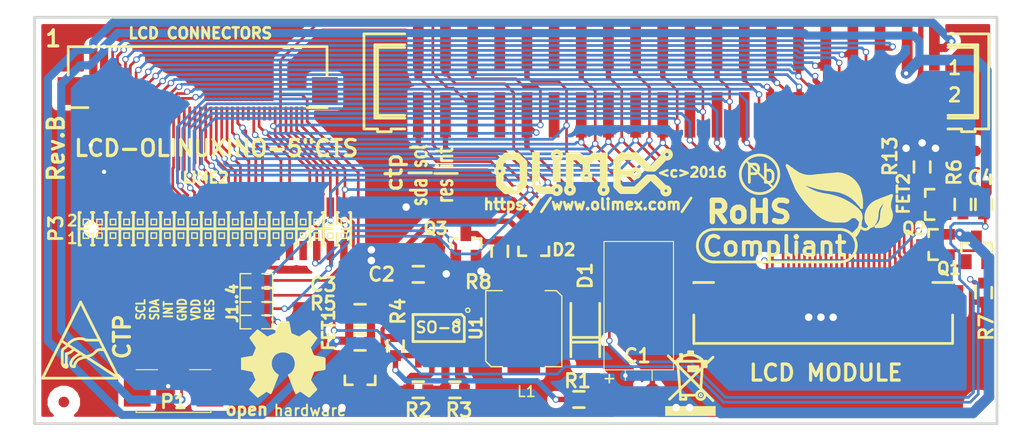
<source format=kicad_pcb>
(kicad_pcb (version 20160815) (host pcbnew 4.1.0-alpha+201608211231+7083~46~ubuntu16.04.1-product)
  (layers (0 F.Cu signal) (31 B.Cu signal hide) (34 B.Paste user) (35 F.Paste user) (36 B.SilkS user) (37 F.SilkS user) (38 B.Mask user) (39 F.Mask user) (44 Edge.Cuts user))
  (net 0 "")
  (net 1 "Net-(C1-Pad1)")
  (net 2 GND)
  (net 3 "Net-(C2-Pad1)")
  (net 4 /5V)
  (net 5 "Net-(C3-Pad2)")
  (net 6 /3.3V)
  (net 7 "Net-(C4-Pad2)")
  (net 8 "Net-(D1-Pad2)")
  (net 9 "Net-(D2-Pad3)")
  (net 10 VCOM)
  (net 11 +3.3VP)
  (net 12 /CTP_INT)
  (net 13 /CTP_SDA)
  (net 14 /CTP_SCL)
  (net 15 /CTP_RES)
  (net 16 /LCD_BKL)
  (net 17 /LCD_PWRE)
  (net 18 "Net-(P2-Pad34)")
  (net 19 "Net-(P2-Pad33)")
  (net 20 /LCD_DE)
  (net 21 /LCD_CLK)
  (net 22 /LCD_B3)
  (net 23 /LCD_B2)
  (net 24 /LCD_B1)
  (net 25 /LCD_B0)
  (net 26 /LCD_B4)
  (net 27 /LCD_B5)
  (net 28 /LCD_B7)
  (net 29 /LCD_B6)
  (net 30 "Net-(P2-Pad29)")
  (net 31 "Net-(P2-Pad30)")
  (net 32 /LCD_R5)
  (net 33 /LCD_R4)
  (net 34 /LCD_R2)
  (net 35 /LCD_R3)
  (net 36 /LCD_R1)
  (net 37 /LCD_R0)
  (net 38 /LCD_R6)
  (net 39 /LCD_R7)
  (net 40 /LCD_G0)
  (net 41 /LCD_G1)
  (net 42 /LCD_G2)
  (net 43 /LCD_G3)
  (net 44 /LCD_G4)
  (net 45 /LCD_G5)
  (net 46 /LCD_G6)
  (net 47 /LCD_G7)
  (net 48 "Net-(P3-Pad34)")
  (net 49 "Net-(P3-Pad33)")
  (net 50 "Net-(P3-Pad30)")
  (net 51 "Net-(P3-Pad29)")
  (net 52 "Net-(P5-Pad29)")
  (net 53 "Net-(P5-Pad30)")
  (net 54 "Net-(P5-Pad33)")
  (net 55 "Net-(P5-Pad34)")
  (net 56 VLED)
  (net 57 /HSYNC)
  (net 58 /VSINK)
  (net 59 "Net-(P6-Pad35)")
  (net 60 "Net-(Q1-Pad3)")
  (net 61 "Net-(Q3-Pad3)")
  (net 62 "Net-(R1-Pad2)")
  (net 63 "Net-(R3-Pad2)")
  (net 64 "Net-(L1-Pad1)")
  (module OLIMEX_Other-FP:via_09_07 (layer F.Cu) (at 121.25 78.5)
    (fp_text reference Ref** hide)
    (fp_text value Val**)
    (pad 0 thru_hole circle (at 0 0) (size 0.9 0.9) (drill 0.7) (layers *.Cu) (net 2 GND))
  )
  (module OLIMEX_Other-FP:via_09_07 (layer F.Cu) (at 120 78.5)
    (fp_text reference Ref** hide)
    (fp_text value Val**)
    (pad 0 thru_hole circle (at 0 0) (size 0.9 0.9) (drill 0.7) (layers *.Cu) (net 2 GND))
  )
  (module OLIMEX_Other-FP:via_09_07 (layer F.Cu) (at 88.75 78.5)
    (fp_text reference Ref** hide)
    (fp_text value Val**)
    (pad 0 thru_hole circle (at 0 0) (size 0.9 0.9) (drill 0.7) (layers *.Cu) (net 2 GND))
  )
  (module OLIMEX_Other-FP:via_09_07 (layer F.Cu) (at 87.25 78.5)
    (fp_text reference Ref** hide)
    (fp_text value Val**)
    (pad 0 thru_hole circle (at 0 0) (size 0.9 0.9) (drill 0.7) (layers *.Cu) (net 2 GND))
  )
  (module OLIMEX_Other-FP:via_09_07 (layer F.Cu) (at 91.5 64.75)
    (fp_text reference Ref** hide)
    (fp_text value Val**)
    (pad 0 thru_hole circle (at 0 0) (size 0.9 0.9) (drill 0.7) (layers *.Cu) (net 2 GND))
  )
  (module OLIMEX_Other-FP:via_09_07 (layer F.Cu) (at 91.5 63.75)
    (fp_text reference Ref** hide)
    (fp_text value Val**)
    (pad 0 thru_hole circle (at 0 0) (size 0.9 0.9) (drill 0.7) (layers *.Cu) (net 2 GND))
  )
  (module CAP-EL-H-12x6.5 (layer F.Cu) (at 116.5 77.47)
    (fp_text reference C1 (at -0.127 -3.81) (layer F.SilkS) (effects (font (size 1.27 1.27) (thickness 0.254))))
    (fp_text value 100uF/35V)
    (fp_text user + (at -2.75 -1.75) (layer F.SilkS))
    (pad 1 smd rect (at -1.27 0 90) (size 2.5 1.5) (layers F.Cu F.Paste F.Mask) (net 1 "Net-(C1-Pad1)"))
    (pad 2 smd oval (at 1.27 0 90) (size 2.5 1.5) (layers F.Cu F.Paste F.Mask) (net 2 GND))
  )
  (module SD75 (layer F.Cu) (at 105.75 71.12 180)
    (fp_text reference L1 (at -0.25 -5.88 180) (layer F.SilkS))
    (fp_text value 220uH/SD75)
    (pad 1 smd rect (at 0 -2.54 180) (size 3.048 3.556) (layers F.Cu F.Paste F.Mask) (net 64 "Net-(L1-Pad1)"))
    (pad 2 smd rect (at 0 2.54 180) (size 3.048 3.556) (layers F.Cu F.Paste F.Mask) (net 8 "Net-(D1-Pad2)"))
  )
  (module OLIMEX_Other-FP:via_09_07 (layer F.Cu) (at 134.68 70.052)
    (fp_text reference Ref** hide)
    (fp_text value Val**)
    (pad 0 thru_hole circle (at 0 0) (size 0.9 0.9) (drill 0.7) (layers *.Cu) (net 2 GND))
  )
  (module OLIMEX_Other-FP:via_09_07 (layer F.Cu) (at 133.537 70.052)
    (fp_text reference Ref** hide)
    (fp_text value Val**)
    (pad 0 thru_hole circle (at 0 0) (size 0.9 0.9) (drill 0.7) (layers *.Cu) (net 2 GND))
  )
  (module OLIMEX_Other-FP:via_09_07 (layer F.Cu) (at 132.394 70.052)
    (fp_text reference Ref** hide)
    (fp_text value Val**)
    (pad 0 thru_hole circle (at 0 0) (size 0.9 0.9) (drill 0.7) (layers *.Cu) (net 2 GND))
  )
  (module OLIMEX_Other-FP:via_09_07 (layer F.Cu) (at 94.75 59.75)
    (fp_text reference Ref** hide)
    (fp_text value Val**)
    (pad 0 thru_hole circle (at 0 0) (size 0.9 0.9) (drill 0.7) (layers *.Cu) (net 2 GND))
  )
  (module OLIMEX_Other-FP:via_09_07 (layer F.Cu) (at 98.5 66)
    (fp_text reference Ref** hide)
    (fp_text value Val**)
    (pad 0 thru_hole circle (at 0 0) (size 0.9 0.9) (drill 0.7) (layers *.Cu) (net 2 GND))
  )
  (module OLIMEX_Other-FP:via_09_07 (layer F.Cu) (at 101.75 65.75)
    (fp_text reference Ref** hide)
    (fp_text value Val**)
    (pad 0 thru_hole circle (at 0 0) (size 0.9 0.9) (drill 0.7) (layers *.Cu) (net 2 GND))
  )
  (module OLIMEX_Other-FP:via_09_07 (layer F.Cu) (at 144.25 54.25)
    (fp_text reference Ref** hide)
    (fp_text value Val**)
    (pad 0 thru_hole circle (at 0 0) (size 0.9 0.9) (drill 0.7) (layers *.Cu) (net 2 GND))
  )
  (module OLIMEX_Other-FP:via_09_07 (layer F.Cu) (at 143.002 53.75)
    (fp_text reference Ref** hide)
    (fp_text value Val**)
    (pad 0 thru_hole circle (at 0 0) (size 0.9 0.9) (drill 0.7) (layers *.Cu) (net 2 GND))
  )
  (module OLIMEX_RLC-FP:C_0603_5MIL_DWS (layer F.Cu) (at 95.885 66.04 180)
    (fp_text reference C2 (at 3.429 0 180) (layer F.SilkS) (effects (font (size 1.27 1.27) (thickness 0.254))))
    (fp_text value 470pF)
    (pad 1 smd rect (at -0.889 0 180) (size 1.016 1.016) (layers F.Cu F.Paste F.Mask) (net 3 "Net-(C2-Pad1)") (clearance 0.0508))
    (pad 2 smd rect (at 0.889 0 180) (size 1.016 1.016) (layers F.Cu F.Paste F.Mask) (net 2 GND) (clearance 0.0508))
  )
  (module OLIMEX_RLC-FP:C_0805_5MIL_DWS (layer F.Cu) (at 90.44 69.85)
    (fp_text reference C3 (at -3.44 -2.85) (layer F.SilkS) (effects (font (size 1.27 1.27) (thickness 0.254))))
    (fp_text value 22uF/6.3V)
    (pad 1 smd rect (at -1.016 0 90) (size 1.524 1.27) (layers F.Cu F.Paste F.Mask) (net 4 /5V))
    (pad 2 smd rect (at 1.016 0 90) (size 1.524 1.27) (layers F.Cu F.Paste F.Mask) (net 5 "Net-(C3-Pad2)"))
  )
  (module OLIMEX_Diodes-FP:SMA-KA (layer F.Cu) (at 111.5 71.25 90)
    (fp_text reference D1 (at 5.08 0 90) (layer F.SilkS) (effects (font (size 1.27 1.27) (thickness 0.254))))
    (fp_text value "1N5819S(SS14)")
    (pad 1 smd rect (at -2.5 0 90) (size 2 1.7) (layers F.Cu F.Paste F.Mask) (net 1 "Net-(C1-Pad1)"))
    (pad 2 smd rect (at 2.5 0 90) (size 2 1.7) (layers F.Cu F.Paste F.Mask) (net 8 "Net-(D1-Pad2)"))
  )
  (module OLIMEX_Transistors-FP:SOT23 (layer F.Cu) (at 106.67746 63.66764 90)
    (fp_text reference D2 (at -0.08236 2.82254 180) (layer F.SilkS) (effects (font (size 1.1 1.1) (thickness 0.254))))
    (fp_text value BAT54C)
    (pad 3 smd rect (at -1.10236 0.00254 90) (size 1.4 1) (layers F.Cu F.Paste F.Mask) (net 9 "Net-(D2-Pad3)") (clearance 0.0508))
    (pad 2 smd rect (at 1.10744 -0.9525 90) (size 1.4 1) (layers F.Cu F.Paste F.Mask) (net 5 "Net-(C3-Pad2)") (clearance 0.0508))
    (pad 1 smd rect (at 1.10744 0.94996 90) (size 1.4 1) (layers F.Cu F.Paste F.Mask) (net 7 "Net-(C4-Pad2)") (clearance 0.0508))
  )
  (module OLIMEX_Transistors-FP:SOT23 (layer F.Cu) (at 90.43746 75.73264 90)
    (fp_text reference FET1 (at 4.48264 -2.93746 90) (layer F.SilkS) (effects (font (size 1.1 1.1) (thickness 0.254))))
    (fp_text value IRML6402)
    (pad 3 smd rect (at -1.10236 0.00254 90) (size 1.4 1) (layers F.Cu F.Paste F.Mask) (net 10 VCOM) (clearance 0.0508))
    (pad 2 smd rect (at 1.10744 -0.9525 90) (size 1.4 1) (layers F.Cu F.Paste F.Mask) (net 4 /5V) (clearance 0.0508))
    (pad 1 smd rect (at 1.10744 0.94996 90) (size 1.4 1) (layers F.Cu F.Paste F.Mask) (net 5 "Net-(C3-Pad2)") (clearance 0.0508))
  )
  (module OLIMEX_Transistors-FP:SOT23 (layer F.Cu) (at 143.92656 59.5)
    (fp_text reference FET2 (at -2.67656 -1 90) (layer F.SilkS) (effects (font (size 1.1 1.1) (thickness 0.254))))
    (fp_text value IRML6402)
    (pad 3 smd rect (at -1.10236 0.00254) (size 1.4 1) (layers F.Cu F.Paste F.Mask) (net 11 +3.3VP) (clearance 0.0508))
    (pad 2 smd rect (at 1.10744 -0.9525) (size 1.4 1) (layers F.Cu F.Paste F.Mask) (net 6 /3.3V) (clearance 0.0508))
    (pad 1 smd rect (at 1.10744 0.94996) (size 1.4 1) (layers F.Cu F.Paste F.Mask) (net 7 "Net-(C4-Pad2)") (clearance 0.0508))
  )
  (module OLIMEX_Connectors-FP:FPV-WZA21-40-LF (layer F.Cu) (at 75.25 48.25)
    (fp_text reference P5 hide)
    (fp_text value CONN_01X40)
    (pad 1 smd rect (at -9.75 2.75 180) (size 0.25 1.3) (layers F.Cu F.Paste F.Mask) (net 4 /5V))
    (pad 2 smd rect (at -9.25 2.75 180) (size 0.25 1.3) (layers F.Cu F.Paste F.Mask) (net 2 GND))
    (pad 3 smd rect (at -8.75 2.75 180) (size 0.25 1.3) (layers F.Cu F.Paste F.Mask) (net 6 /3.3V))
    (pad 4 smd rect (at -8.25 2.75 180) (size 0.25 1.3) (layers F.Cu F.Paste F.Mask) (net 2 GND))
    (pad 5 smd rect (at -7.75 2.75 180) (size 0.25 1.3) (layers F.Cu F.Paste F.Mask) (net 37 /LCD_R0))
    (pad 6 smd rect (at -7.25 2.75 180) (size 0.25 1.3) (layers F.Cu F.Paste F.Mask) (net 36 /LCD_R1))
    (pad 7 smd rect (at -6.75 2.75 180) (size 0.25 1.3) (layers F.Cu F.Paste F.Mask) (net 34 /LCD_R2))
    (pad 8 smd rect (at -6.25 2.75 180) (size 0.25 1.3) (layers F.Cu F.Paste F.Mask) (net 35 /LCD_R3))
    (pad 9 smd rect (at -5.75 2.75 180) (size 0.25 1.3) (layers F.Cu F.Paste F.Mask) (net 33 /LCD_R4))
    (pad 10 smd rect (at -5.25 2.75 180) (size 0.25 1.3) (layers F.Cu F.Paste F.Mask) (net 32 /LCD_R5))
    (pad 11 smd rect (at -4.75 2.75 180) (size 0.25 1.3) (layers F.Cu F.Paste F.Mask) (net 38 /LCD_R6))
    (pad 12 smd rect (at -4.25 2.75 180) (size 0.25 1.3) (layers F.Cu F.Paste F.Mask) (net 39 /LCD_R7))
    (pad 13 smd rect (at -3.75 2.75 180) (size 0.25 1.3) (layers F.Cu F.Paste F.Mask) (net 40 /LCD_G0))
    (pad 14 smd rect (at -3.25 2.75 180) (size 0.25 1.3) (layers F.Cu F.Paste F.Mask) (net 41 /LCD_G1))
    (pad 15 smd rect (at -2.75 2.75 180) (size 0.25 1.3) (layers F.Cu F.Paste F.Mask) (net 42 /LCD_G2))
    (pad 16 smd rect (at -2.25 2.75 180) (size 0.25 1.3) (layers F.Cu F.Paste F.Mask) (net 43 /LCD_G3))
    (pad 17 smd rect (at -1.75 2.75 180) (size 0.25 1.3) (layers F.Cu F.Paste F.Mask) (net 44 /LCD_G4))
    (pad 18 smd rect (at -1.25 2.75 180) (size 0.25 1.3) (layers F.Cu F.Paste F.Mask) (net 45 /LCD_G5))
    (pad 19 smd rect (at -0.75 2.75 180) (size 0.25 1.3) (layers F.Cu F.Paste F.Mask) (net 46 /LCD_G6))
    (pad 20 smd rect (at -0.25 2.75 180) (size 0.25 1.3) (layers F.Cu F.Paste F.Mask) (net 47 /LCD_G7))
    (pad 21 smd rect (at 0.25 2.75 180) (size 0.25 1.3) (layers F.Cu F.Paste F.Mask) (net 25 /LCD_B0))
    (pad 22 smd rect (at 0.75 2.75 180) (size 0.25 1.3) (layers F.Cu F.Paste F.Mask) (net 24 /LCD_B1))
    (pad 23 smd rect (at 1.25 2.75 180) (size 0.25 1.3) (layers F.Cu F.Paste F.Mask) (net 23 /LCD_B2))
    (pad 24 smd rect (at 1.75 2.75 180) (size 0.25 1.3) (layers F.Cu F.Paste F.Mask) (net 22 /LCD_B3))
    (pad 25 smd rect (at 2.25 2.75 180) (size 0.25 1.3) (layers F.Cu F.Paste F.Mask) (net 26 /LCD_B4))
    (pad 26 smd rect (at 2.75 2.75 180) (size 0.25 1.3) (layers F.Cu F.Paste F.Mask) (net 27 /LCD_B5))
    (pad 27 smd rect (at 3.25 2.75 180) (size 0.25 1.3) (layers F.Cu F.Paste F.Mask) (net 29 /LCD_B6))
    (pad 28 smd rect (at 3.75 2.75 180) (size 0.25 1.3) (layers F.Cu F.Paste F.Mask) (net 28 /LCD_B7))
    (pad 29 smd rect (at 4.25 2.75 180) (size 0.25 1.3) (layers F.Cu F.Paste F.Mask) (net 52 "Net-(P5-Pad29)"))
    (pad 30 smd rect (at 4.75 2.75 180) (size 0.25 1.3) (layers F.Cu F.Paste F.Mask) (net 53 "Net-(P5-Pad30)"))
    (pad 31 smd rect (at 5.25 2.75 180) (size 0.25 1.3) (layers F.Cu F.Paste F.Mask) (net 21 /LCD_CLK))
    (pad 32 smd rect (at 5.75 2.75 180) (size 0.25 1.3) (layers F.Cu F.Paste F.Mask) (net 20 /LCD_DE))
    (pad 33 smd rect (at 6.25 2.75 180) (size 0.25 1.3) (layers F.Cu F.Paste F.Mask) (net 54 "Net-(P5-Pad33)"))
    (pad 34 smd rect (at 6.75 2.75 180) (size 0.25 1.3) (layers F.Cu F.Paste F.Mask) (net 55 "Net-(P5-Pad34)"))
    (pad 35 smd rect (at 7.25 2.75 180) (size 0.25 1.3) (layers F.Cu F.Paste F.Mask) (net 17 /LCD_PWRE))
    (pad 36 smd rect (at 7.75 2.75 180) (size 0.25 1.3) (layers F.Cu F.Paste F.Mask) (net 16 /LCD_BKL))
    (pad 37 smd rect (at 8.25 2.75 180) (size 0.25 1.3) (layers F.Cu F.Paste F.Mask) (net 12 /CTP_INT))
    (pad 38 smd rect (at 8.75 2.75 180) (size 0.25 1.3) (layers F.Cu F.Paste F.Mask) (net 15 /CTP_RES))
    (pad 39 smd rect (at 9.25 2.75 180) (size 0.25 1.3) (layers F.Cu F.Paste F.Mask) (net 14 /CTP_SCL))
    (pad 40 smd rect (at 9.75 2.75 180) (size 0.25 1.3) (layers F.Cu F.Paste F.Mask) (net 13 /CTP_SDA))
    (pad P1 smd rect (at -11.9 0.65 180) (size 2.4 2.6) (layers F.Cu F.Paste F.Mask))
    (pad P2 smd rect (at 11.9 0.65 180) (size 2.4 2.6) (layers F.Cu F.Paste F.Mask))
  )
  (module OLIMEX_Connectors-FP:FPV-WZA21-40-LF (layer F.Cu) (at 133.75 69 180)
    (fp_text reference P6 hide)
    (fp_text value CONN_01X40)
    (pad 1 smd rect (at -9.75 2.75) (size 0.25 1.3) (layers F.Cu F.Paste F.Mask) (net 2 GND))
    (pad 2 smd rect (at -9.25 2.75) (size 0.25 1.3) (layers F.Cu F.Paste F.Mask) (net 56 VLED))
    (pad 3 smd rect (at -8.75 2.75) (size 0.25 1.3) (layers F.Cu F.Paste F.Mask) (net 2 GND))
    (pad 4 smd rect (at -8.25 2.75) (size 0.25 1.3) (layers F.Cu F.Paste F.Mask) (net 11 +3.3VP))
    (pad 5 smd rect (at -7.75 2.75) (size 0.25 1.3) (layers F.Cu F.Paste F.Mask) (net 37 /LCD_R0))
    (pad 6 smd rect (at -7.25 2.75) (size 0.25 1.3) (layers F.Cu F.Paste F.Mask) (net 36 /LCD_R1))
    (pad 7 smd rect (at -6.75 2.75) (size 0.25 1.3) (layers F.Cu F.Paste F.Mask) (net 34 /LCD_R2))
    (pad 8 smd rect (at -6.25 2.75) (size 0.25 1.3) (layers F.Cu F.Paste F.Mask) (net 35 /LCD_R3))
    (pad 9 smd rect (at -5.75 2.75) (size 0.25 1.3) (layers F.Cu F.Paste F.Mask) (net 33 /LCD_R4))
    (pad 10 smd rect (at -5.25 2.75) (size 0.25 1.3) (layers F.Cu F.Paste F.Mask) (net 32 /LCD_R5))
    (pad 11 smd rect (at -4.75 2.75) (size 0.25 1.3) (layers F.Cu F.Paste F.Mask) (net 38 /LCD_R6))
    (pad 12 smd rect (at -4.25 2.75) (size 0.25 1.3) (layers F.Cu F.Paste F.Mask) (net 39 /LCD_R7))
    (pad 13 smd rect (at -3.75 2.75) (size 0.25 1.3) (layers F.Cu F.Paste F.Mask) (net 40 /LCD_G0))
    (pad 14 smd rect (at -3.25 2.75) (size 0.25 1.3) (layers F.Cu F.Paste F.Mask) (net 41 /LCD_G1))
    (pad 15 smd rect (at -2.75 2.75) (size 0.25 1.3) (layers F.Cu F.Paste F.Mask) (net 42 /LCD_G2))
    (pad 16 smd rect (at -2.25 2.75) (size 0.25 1.3) (layers F.Cu F.Paste F.Mask) (net 43 /LCD_G3))
    (pad 17 smd rect (at -1.75 2.75) (size 0.25 1.3) (layers F.Cu F.Paste F.Mask) (net 44 /LCD_G4))
    (pad 18 smd rect (at -1.25 2.75) (size 0.25 1.3) (layers F.Cu F.Paste F.Mask) (net 45 /LCD_G5))
    (pad 19 smd rect (at -0.75 2.75) (size 0.25 1.3) (layers F.Cu F.Paste F.Mask) (net 46 /LCD_G6))
    (pad 20 smd rect (at -0.25 2.75) (size 0.25 1.3) (layers F.Cu F.Paste F.Mask) (net 47 /LCD_G7))
    (pad 21 smd rect (at 0.25 2.75) (size 0.25 1.3) (layers F.Cu F.Paste F.Mask) (net 25 /LCD_B0))
    (pad 22 smd rect (at 0.75 2.75) (size 0.25 1.3) (layers F.Cu F.Paste F.Mask) (net 24 /LCD_B1))
    (pad 23 smd rect (at 1.25 2.75) (size 0.25 1.3) (layers F.Cu F.Paste F.Mask) (net 23 /LCD_B2))
    (pad 24 smd rect (at 1.75 2.75) (size 0.25 1.3) (layers F.Cu F.Paste F.Mask) (net 22 /LCD_B3))
    (pad 25 smd rect (at 2.25 2.75) (size 0.25 1.3) (layers F.Cu F.Paste F.Mask) (net 26 /LCD_B4))
    (pad 26 smd rect (at 2.75 2.75) (size 0.25 1.3) (layers F.Cu F.Paste F.Mask) (net 27 /LCD_B5))
    (pad 27 smd rect (at 3.25 2.75) (size 0.25 1.3) (layers F.Cu F.Paste F.Mask) (net 29 /LCD_B6))
    (pad 28 smd rect (at 3.75 2.75) (size 0.25 1.3) (layers F.Cu F.Paste F.Mask) (net 28 /LCD_B7))
    (pad 29 smd rect (at 4.25 2.75) (size 0.25 1.3) (layers F.Cu F.Paste F.Mask) (net 2 GND))
    (pad 30 smd rect (at 4.75 2.75) (size 0.25 1.3) (layers F.Cu F.Paste F.Mask) (net 21 /LCD_CLK))
    (pad 31 smd rect (at 5.25 2.75) (size 0.25 1.3) (layers F.Cu F.Paste F.Mask) (net 11 +3.3VP))
    (pad 32 smd rect (at 5.75 2.75) (size 0.25 1.3) (layers F.Cu F.Paste F.Mask) (net 57 /HSYNC))
    (pad 33 smd rect (at 6.25 2.75) (size 0.25 1.3) (layers F.Cu F.Paste F.Mask) (net 58 /VSINK))
    (pad 34 smd rect (at 6.75 2.75) (size 0.25 1.3) (layers F.Cu F.Paste F.Mask) (net 20 /LCD_DE))
    (pad 35 smd rect (at 7.25 2.75) (size 0.25 1.3) (layers F.Cu F.Paste F.Mask) (net 59 "Net-(P6-Pad35)"))
    (pad 36 smd rect (at 7.75 2.75) (size 0.25 1.3) (layers F.Cu F.Paste F.Mask) (net 2 GND))
    (pad 37 smd rect (at 8.25 2.75) (size 0.25 1.3) (layers F.Cu F.Paste F.Mask) (net 12 /CTP_INT))
    (pad 38 smd rect (at 8.75 2.75) (size 0.25 1.3) (layers F.Cu F.Paste F.Mask) (net 15 /CTP_RES))
    (pad 39 smd rect (at 9.25 2.75) (size 0.25 1.3) (layers F.Cu F.Paste F.Mask) (net 14 /CTP_SCL))
    (pad 40 smd rect (at 9.75 2.75) (size 0.25 1.3) (layers F.Cu F.Paste F.Mask) (net 13 /CTP_SDA))
    (pad P1 smd rect (at -11.9 0.65) (size 2.4 2.6) (layers F.Cu F.Paste F.Mask))
    (pad P2 smd rect (at 11.9 0.65) (size 2.4 2.6) (layers F.Cu F.Paste F.Mask))
  )
  (module OLIMEX_Transistors-FP:SOT23 (layer F.Cu) (at 148.082 63.75 270)
    (fp_text reference Q1 (at 1.75 2.582) (layer F.SilkS) (effects (font (size 1.1 1.1) (thickness 0.254))))
    (fp_text value DTC114YKA)
    (pad 3 smd rect (at -1.10236 0.00254 270) (size 1.4 1) (layers F.Cu F.Paste F.Mask) (net 60 "Net-(Q1-Pad3)") (clearance 0.0508))
    (pad 2 smd rect (at 1.10744 -0.9525 270) (size 1.4 1) (layers F.Cu F.Paste F.Mask) (net 16 /LCD_BKL) (clearance 0.0508))
    (pad 1 smd rect (at 1.10744 0.94996 270) (size 1.4 1) (layers F.Cu F.Paste F.Mask) (net 11 +3.3VP) (clearance 0.0508))
  )
  (module OLIMEX_Transistors-FP:SOT23 (layer F.Cu) (at 144.25 63.25)
    (fp_text reference Q2 (at -2 -1.5) (layer F.SilkS) (effects (font (size 1.1 1.1) (thickness 0.254))))
    (fp_text value DTA114YKA)
    (pad 3 smd rect (at -1.10236 0.00254) (size 1.4 1) (layers F.Cu F.Paste F.Mask) (net 56 VLED) (clearance 0.0508))
    (pad 2 smd rect (at 1.10744 -0.9525) (size 1.4 1) (layers F.Cu F.Paste F.Mask) (net 1 "Net-(C1-Pad1)") (clearance 0.0508))
    (pad 1 smd rect (at 1.10744 0.94996) (size 1.4 1) (layers F.Cu F.Paste F.Mask) (net 60 "Net-(Q1-Pad3)") (clearance 0.0508))
  )
  (module OLIMEX_Transistors-FP:SOT23 (layer F.Cu) (at 100.33254 63.33236 270)
    (fp_text reference Q3 (at -1.58236 2.83254) (layer F.SilkS) (effects (font (size 1.1 1.1) (thickness 0.254))))
    (fp_text value DTC114YKA)
    (pad 3 smd rect (at -1.10236 0.00254 270) (size 1.4 1) (layers F.Cu F.Paste F.Mask) (net 61 "Net-(Q3-Pad3)") (clearance 0.0508))
    (pad 2 smd rect (at 1.10744 -0.9525 270) (size 1.4 1) (layers F.Cu F.Paste F.Mask) (net 2 GND) (clearance 0.0508))
    (pad 1 smd rect (at 1.10744 0.94996 270) (size 1.4 1) (layers F.Cu F.Paste F.Mask) (net 17 /LCD_PWRE) (clearance 0.0508))
  )
  (module OLIMEX_RLC-FP:R_0603_5MIL_DWS (layer F.Cu) (at 110.906 77.74 180)
    (fp_text reference R1 (at 0.127 1.74 180) (layer F.SilkS) (effects (font (size 1.27 1.27) (thickness 0.254))))
    (fp_text value 18K/1%)
    (pad 1 smd rect (at -0.889 0 180) (size 1.016 1.016) (layers F.Cu F.Paste F.Mask) (net 1 "Net-(C1-Pad1)"))
    (pad 2 smd rect (at 0.889 0 180) (size 1.016 1.016) (layers F.Cu F.Paste F.Mask) (net 62 "Net-(R1-Pad2)"))
  )
  (module OLIMEX_RLC-FP:R_0603_5MIL_DWS (layer F.Cu) (at 95.885 76.835)
    (fp_text reference R2 (at 0 1.905) (layer F.SilkS) (effects (font (size 1.27 1.27) (thickness 0.254))))
    (fp_text value 1R)
    (pad 1 smd rect (at -0.889 0) (size 1.016 1.016) (layers F.Cu F.Paste F.Mask) (net 10 VCOM))
    (pad 2 smd rect (at 0.889 0) (size 1.016 1.016) (layers F.Cu F.Paste F.Mask) (net 64 "Net-(L1-Pad1)"))
  )
  (module OLIMEX_RLC-FP:R_0603_5MIL_DWS (layer F.Cu) (at 99.314 76.835)
    (fp_text reference R3 (at 0.381 1.905) (layer F.SilkS) (effects (font (size 1.27 1.27) (thickness 0.254))))
    (fp_text value 150R)
    (pad 1 smd rect (at -0.889 0) (size 1.016 1.016) (layers F.Cu F.Paste F.Mask) (net 64 "Net-(L1-Pad1)"))
    (pad 2 smd rect (at 0.889 0) (size 1.016 1.016) (layers F.Cu F.Paste F.Mask) (net 63 "Net-(R3-Pad2)"))
  )
  (module OLIMEX_RLC-FP:R_0603_5MIL_DWS (layer F.Cu) (at 93.75 72.75 90)
    (fp_text reference R4 (at 3.25 0.25 90) (layer F.SilkS) (effects (font (size 1.27 1.27) (thickness 0.254))))
    (fp_text value 1.2K/1%)
    (pad 1 smd rect (at -0.889 0 90) (size 1.016 1.016) (layers F.Cu F.Paste F.Mask) (net 62 "Net-(R1-Pad2)"))
    (pad 2 smd rect (at 0.889 0 90) (size 1.016 1.016) (layers F.Cu F.Paste F.Mask) (net 2 GND))
  )
  (module OLIMEX_RLC-FP:R_0603_5MIL_DWS (layer F.Cu) (at 90.44 72.39)
    (fp_text reference R5 (at -3.44 -3.64) (layer F.SilkS) (effects (font (size 1.27 1.27) (thickness 0.254))))
    (fp_text value 18K/1%)
    (pad 1 smd rect (at -0.889 0) (size 1.016 1.016) (layers F.Cu F.Paste F.Mask) (net 4 /5V))
    (pad 2 smd rect (at 0.889 0) (size 1.016 1.016) (layers F.Cu F.Paste F.Mask) (net 5 "Net-(C3-Pad2)"))
  )
  (module OLIMEX_RLC-FP:R_0603_5MIL_DWS (layer F.Cu) (at 146.812 59.5 270)
    (fp_text reference R6 (at -3 0.812 270) (layer F.SilkS) (effects (font (size 1.27 1.27) (thickness 0.254))))
    (fp_text value 18K/1%)
    (pad 1 smd rect (at -0.889 0 270) (size 1.016 1.016) (layers F.Cu F.Paste F.Mask) (net 6 /3.3V))
    (pad 2 smd rect (at 0.889 0 270) (size 1.016 1.016) (layers F.Cu F.Paste F.Mask) (net 7 "Net-(C4-Pad2)"))
  )
  (module OLIMEX_RLC-FP:R_0603_5MIL_DWS (layer F.Cu) (at 148.75 67.75 270)
    (fp_text reference R7 (at 3.25 -0.25 270) (layer F.SilkS) (effects (font (size 1.27 1.27) (thickness 0.254))))
    (fp_text value 1.2K/1%)
    (pad 1 smd rect (at -0.889 0 270) (size 1.016 1.016) (layers F.Cu F.Paste F.Mask) (net 16 /LCD_BKL))
    (pad 2 smd rect (at 0.889 0 270) (size 1.016 1.016) (layers F.Cu F.Paste F.Mask) (net 2 GND))
  )
  (module OLIMEX_RLC-FP:R_0603_5MIL_DWS (layer F.Cu) (at 103.505 63.881 90)
    (fp_text reference R8 (at -2.869 -2.005 180) (layer F.SilkS) (effects (font (size 1.27 1.27) (thickness 0.254))))
    (fp_text value 1.2K/1%)
    (pad 1 smd rect (at -0.889 0 90) (size 1.016 1.016) (layers F.Cu F.Paste F.Mask) (net 9 "Net-(D2-Pad3)"))
    (pad 2 smd rect (at 0.889 0 90) (size 1.016 1.016) (layers F.Cu F.Paste F.Mask) (net 61 "Net-(Q3-Pad3)"))
  )
  (module OLIMEX_IC-FP:SO-8 (layer F.Cu) (at 97.79 71.06 180)
    (fp_text reference U1 (at -3.48996 -0.00762 270) (layer F.SilkS) (effects (font (size 1.1 1.1) (thickness 0.254))))
    (fp_text value MC34063)
    (fp_text user SO-8 (at 0 0.06 180) (layer F.SilkS) (effects (font (size 1.016 1.016) (thickness 0.2032))))
    (pad 1 smd rect (at -1.905 2.6 180) (size 0.6 2.2) (layers F.Cu F.Paste F.Mask) (net 8 "Net-(D1-Pad2)") (clearance 0.0508))
    (pad 2 smd rect (at -0.635 2.6 180) (size 0.6 2.2) (layers F.Cu F.Paste F.Mask) (net 2 GND) (clearance 0.0508))
    (pad 3 smd rect (at 0.635 2.6 180) (size 0.6 2.2) (layers F.Cu F.Paste F.Mask) (net 3 "Net-(C2-Pad1)") (clearance 0.0508))
    (pad 4 smd rect (at 1.905 2.6 180) (size 0.6 2.2) (layers F.Cu F.Paste F.Mask) (net 2 GND) (clearance 0.0508))
    (pad 5 smd rect (at 1.905 -2.6 180) (size 0.6 2.2) (layers F.Cu F.Paste F.Mask) (net 62 "Net-(R1-Pad2)") (clearance 0.0508))
    (pad 6 smd rect (at 0.635 -2.6 180) (size 0.6 2.2) (layers F.Cu F.Paste F.Mask) (net 10 VCOM) (clearance 0.0508))
    (pad 7 smd rect (at -0.635 -2.6 180) (size 0.6 2.2) (layers F.Cu F.Paste F.Mask) (net 64 "Net-(L1-Pad1)") (clearance 0.0508))
    (pad 8 smd rect (at -1.905 -2.6 180) (size 0.6 2.2) (layers F.Cu F.Paste F.Mask) (net 63 "Net-(R3-Pad2)") (clearance 0.0508))
  )
  (module OLIMEX_Connectors-FP:GBH-254-SMT-40 (layer F.Cu) (at 120.015 48 180)
    (fp_text reference P2 hide)
    (fp_text value CONN_02X20)
    (fp_text user 1 (at -26.035 1.27 180) (layer F.SilkS) (effects (font (size 1.27 1.27) (thickness 0.254))))
    (fp_text user 2 (at -26.035 -1.27 180) (layer F.SilkS) (effects (font (size 1.27 1.27) (thickness 0.254))))
    (pad 1 smd rect (at -24.13 3.125 270) (size 4.25 1) (layers F.Cu F.Paste F.Mask) (net 4 /5V))
    (pad 2 smd rect (at -24.13 -3.125 270) (size 4.25 1) (layers F.Cu F.Paste F.Mask) (net 2 GND))
    (pad 3 smd rect (at -21.59 3.125 270) (size 4.25 1) (layers F.Cu F.Paste F.Mask) (net 6 /3.3V))
    (pad 4 smd rect (at -21.59 -3.125 270) (size 4.25 1) (layers F.Cu F.Paste F.Mask) (net 2 GND))
    (pad 5 smd rect (at -19.05 3.125 270) (size 4.25 1) (layers F.Cu F.Paste F.Mask) (net 37 /LCD_R0))
    (pad 6 smd rect (at -19.05 -3.125 270) (size 4.25 1) (layers F.Cu F.Paste F.Mask) (net 36 /LCD_R1))
    (pad 7 smd rect (at -16.51 3.125 270) (size 4.25 1) (layers F.Cu F.Paste F.Mask) (net 34 /LCD_R2))
    (pad 8 smd rect (at -16.51 -3.125 270) (size 4.25 1) (layers F.Cu F.Paste F.Mask) (net 35 /LCD_R3))
    (pad 9 smd rect (at -13.97 3.125 270) (size 4.25 1) (layers F.Cu F.Paste F.Mask) (net 33 /LCD_R4))
    (pad 10 smd rect (at -13.97 -3.125 270) (size 4.25 1) (layers F.Cu F.Paste F.Mask) (net 32 /LCD_R5))
    (pad 11 smd rect (at -11.43 3.125 270) (size 4.25 1) (layers F.Cu F.Paste F.Mask) (net 38 /LCD_R6))
    (pad 12 smd rect (at -11.43 -3.125 270) (size 4.25 1) (layers F.Cu F.Paste F.Mask) (net 39 /LCD_R7))
    (pad 13 smd rect (at -8.89 3.125 270) (size 4.25 1) (layers F.Cu F.Paste F.Mask) (net 40 /LCD_G0))
    (pad 14 smd rect (at -8.89 -3.125 270) (size 4.25 1) (layers F.Cu F.Paste F.Mask) (net 41 /LCD_G1))
    (pad 15 smd rect (at -6.35 3.125 270) (size 4.25 1) (layers F.Cu F.Paste F.Mask) (net 42 /LCD_G2))
    (pad 16 smd rect (at -6.35 -3.125 270) (size 4.25 1) (layers F.Cu F.Paste F.Mask) (net 43 /LCD_G3))
    (pad 17 smd rect (at -3.81 3.125 270) (size 4.25 1) (layers F.Cu F.Paste F.Mask) (net 44 /LCD_G4))
    (pad 18 smd rect (at -3.81 -3.125 270) (size 4.25 1) (layers F.Cu F.Paste F.Mask) (net 45 /LCD_G5))
    (pad 19 smd rect (at -1.27 3.125 270) (size 4.25 1) (layers F.Cu F.Paste F.Mask) (net 46 /LCD_G6))
    (pad 20 smd rect (at -1.27 -3.125 270) (size 4.25 1) (layers F.Cu F.Paste F.Mask) (net 47 /LCD_G7))
    (pad 21 smd rect (at 1.27 3.125 90) (size 4.25 1) (layers F.Cu F.Paste F.Mask) (net 25 /LCD_B0))
    (pad 22 smd rect (at 1.27 -3.125 270) (size 4.25 1) (layers F.Cu F.Paste F.Mask) (net 24 /LCD_B1))
    (pad 23 smd rect (at 3.81 3.125 90) (size 4.25 1) (layers F.Cu F.Paste F.Mask) (net 23 /LCD_B2))
    (pad 24 smd rect (at 3.81 -3.125 270) (size 4.25 1) (layers F.Cu F.Paste F.Mask) (net 22 /LCD_B3))
    (pad 25 smd rect (at 6.35 3.125 90) (size 4.25 1) (layers F.Cu F.Paste F.Mask) (net 26 /LCD_B4))
    (pad 26 smd rect (at 6.35 -3.125 270) (size 4.25 1) (layers F.Cu F.Paste F.Mask) (net 27 /LCD_B5))
    (pad 27 smd rect (at 8.89 3.125 90) (size 4.25 1) (layers F.Cu F.Paste F.Mask) (net 29 /LCD_B6))
    (pad 28 smd rect (at 8.89 -3.125 270) (size 4.25 1) (layers F.Cu F.Paste F.Mask) (net 28 /LCD_B7))
    (pad 29 smd rect (at 11.43 3.125 90) (size 4.25 1) (layers F.Cu F.Paste F.Mask) (net 30 "Net-(P2-Pad29)"))
    (pad 30 smd rect (at 11.43 -3.125 270) (size 4.25 1) (layers F.Cu F.Paste F.Mask) (net 31 "Net-(P2-Pad30)"))
    (pad 31 smd rect (at 13.97 3.125 90) (size 4.25 1) (layers F.Cu F.Paste F.Mask) (net 21 /LCD_CLK))
    (pad 32 smd rect (at 13.97 -3.125 270) (size 4.25 1) (layers F.Cu F.Paste F.Mask) (net 20 /LCD_DE))
    (pad 33 smd rect (at 16.51 3.125 90) (size 4.25 1) (layers F.Cu F.Paste F.Mask) (net 19 "Net-(P2-Pad33)"))
    (pad 34 smd rect (at 16.51 -3.125 270) (size 4.25 1) (layers F.Cu F.Paste F.Mask) (net 18 "Net-(P2-Pad34)"))
    (pad 35 smd rect (at 19.05 3.125 90) (size 4.25 1) (layers F.Cu F.Paste F.Mask) (net 17 /LCD_PWRE))
    (pad 36 smd rect (at 19.05 -3.125 270) (size 4.25 1) (layers F.Cu F.Paste F.Mask) (net 16 /LCD_BKL))
    (pad 37 smd rect (at 21.59 3.125 90) (size 4.25 1) (layers F.Cu F.Paste F.Mask) (net 12 /CTP_INT))
    (pad 38 smd rect (at 21.59 -3.125 270) (size 4.25 1) (layers F.Cu F.Paste F.Mask) (net 15 /CTP_RES))
    (pad 39 smd rect (at 24.13 3.125 90) (size 4.25 1) (layers F.Cu F.Paste F.Mask) (net 14 /CTP_SCL))
    (pad 40 smd rect (at 24.13 -3.125 270) (size 4.25 1) (layers F.Cu F.Paste F.Mask) (net 13 /CTP_SDA))
  )
  (module OLIMEX_RLC-FP:C_0603_5MIL_DWS (layer F.Cu) (at 148.75 59.5 270)
    (fp_text reference C4 (at -2.5 0.25) (layer F.SilkS) (effects (font (size 1.27 1.27) (thickness 0.254))))
    (fp_text value 1uF/6.3V)
    (pad 1 smd rect (at -0.889 0 270) (size 1.016 1.016) (layers F.Cu F.Paste F.Mask) (net 6 /3.3V) (clearance 0.0508))
    (pad 2 smd rect (at 0.889 0 270) (size 1.016 1.016) (layers F.Cu F.Paste F.Mask) (net 7 "Net-(C4-Pad2)") (clearance 0.0508))
  )
  (module OLIMEX_Other-FP:Fiducial1x3_transp (layer F.Cu) (at 62.738 77.978)
    (fp_text reference "" (at 0 3) (layer F.SilkS))
    (fp_text value "")
    (pad Fid1 connect circle (at 0 0) (size 1 1) (layers F.Cu F.Mask) (clearance 1.016))
  )
  (module OLIMEX_Other-FP:Fiducial1x3_transp (layer F.Cu) (at 148 54.5)
    (fp_text reference "" (at 0 3) (layer F.SilkS))
    (fp_text value "")
    (pad Fid1 connect circle (at 0 0) (size 1 1) (layers F.Cu F.Mask) (clearance 1.016))
  )
  (module OLIMEX_Other-FP:Fiducial1x3_transp (layer F.Cu) (at 148.336 78.359)
    (fp_text reference "" (at 0 3) (layer F.SilkS))
    (fp_text value "")
    (pad Fid1 connect circle (at 0 0) (size 1 1) (layers F.Cu F.Mask) (clearance 1.016))
  )
  (module OLIMEX_RLC-FP:R_0603_5MIL_DWS (layer F.Cu) (at 143 56 90)
    (fp_text reference R13 (at 1 -3 90) (layer F.SilkS) (effects (font (size 1.27 1.27) (thickness 0.254))))
    (fp_text value 18K/1%)
    (pad 1 smd rect (at -0.889 0 90) (size 1.016 1.016) (layers F.Cu F.Paste F.Mask) (net 11 +3.3VP))
    (pad 2 smd rect (at 0.889 0 90) (size 1.016 1.016) (layers F.Cu F.Paste F.Mask) (net 2 GND))
  )
  (module OLIMEX_Other-FP:via_09_07 (layer F.Cu) (at 141.5 54.25)
    (fp_text reference Ref** hide)
    (fp_text value Val**)
    (pad 0 thru_hole circle (at 0 0) (size 0.9 0.9) (drill 0.7) (layers *.Cu) (net 2 GND))
  )
  (module OLIMEX_LOGOs-FP:OLIMEX_LOGO_TB (layer F.Cu) (at 111.5 56.5)
    (fp_text reference "" hide)
    (fp_text value "" hide)
  )
  (module OLIMEX_LOGOs-FP:LOGO_RECYCLEBIN_1 (layer F.Cu) (at 119 79.25)
    (fp_text reference "" hide)
    (fp_text value "" hide)
  )
  (module OLIMEX_LOGOs-FP:LOGO_ANTISTATIC_1 (layer F.Cu) (at 60.75 75.75)
    (fp_text reference Ref** hide)
    (fp_text value Val** hide)
  )
  (module OLIMEX_LOGOs-FP:LOGO_PBFREE (layer F.Cu) (at 128 57)
    (fp_text reference "" (at -0.2794 -3.52552) (layer F.SilkS))
    (fp_text value "")
    (fp_text user Pb (at -0.08636 -0.33528) (layer F.SilkS) (effects (font (size 1.7 1.5) (thickness 0.254))))
  )
  (module OLIMEX_LOGOs-FP:LOGO_ROHS_1 (layer F.Cu) (at 123 64.25)
    (fp_text reference Ref** hide)
    (fp_text value Val** hide)
    (fp_text user RoHS (at 3.81508 -4.04368) (layer F.SilkS) (effects (font (size 2 2) (thickness 0.5))))
    (fp_text user Compliant (at 6.20014 -0.8382) (layer F.SilkS) (effects (font (size 1.778 1.778) (thickness 0.35))))
  )
  (module OLIMEX_Connectors-FP:SIP6_SMD_50 (layer F.Cu) (at 73.152 71.882 180)
    (fp_text reference P7 hide)
    (fp_text value CONN_01X06)
    (pad 1 smd oval (at -3.175 0 180) (size 0.762 2.54) (layers F.Cu F.Mask) (net 15 /CTP_RES))
    (pad 2 smd oval (at -1.905 0 180) (size 0.762 2.54) (layers F.Cu F.Mask) (net 6 /3.3V))
    (pad 3 smd oval (at -0.635 0 180) (size 0.762 2.54) (layers F.Cu F.Mask) (net 2 GND))
    (pad 4 smd oval (at 0.635 0 180) (size 0.762 2.54) (layers F.Cu F.Mask) (net 12 /CTP_INT))
    (pad 5 smd oval (at 1.905 0 180) (size 0.762 2.54) (layers F.Cu F.Mask) (net 13 /CTP_SDA))
    (pad 6 smd oval (at 3.175 0 180) (size 0.762 2.54) (layers F.Cu F.Mask) (net 14 /CTP_SCL))
  )
  (module "OLIMEX_Connectors-FP:GPH127SMT-02X20(PA-V16X-2X20-LF)" (layer F.Cu) (at 76.865 61.782)
    (fp_text reference P3 (at -14.865 -0.032 90) (layer F.SilkS) (effects (font (size 1.27 1.27) (thickness 0.254))))
    (fp_text value CONN_02X20)
    (fp_text user 1 (at -13.335 0.889) (layer F.SilkS) (effects (font (thickness 0.2))))
    (fp_text user 2 (at -13.335 -0.762) (layer F.SilkS) (effects (font (thickness 0.2))))
    (pad "" np_thru_hole circle (at 11.43 0 90) (size 0.7 0.7) (drill 0.7) (layers *.Cu *.Mask))
    (pad 40 smd rect (at 12.065 -2.032 90) (size 1.8 0.7) (layers F.Cu F.Paste F.Mask) (net 13 /CTP_SDA))
    (pad 39 smd rect (at 12.065 2.032 90) (size 1.8 0.7) (layers F.Cu F.Paste F.Mask) (net 14 /CTP_SCL))
    (pad 38 smd rect (at 10.795 -2.032 90) (size 1.8 0.7) (layers F.Cu F.Paste F.Mask) (net 15 /CTP_RES))
    (pad 37 smd rect (at 10.795 2.032 90) (size 1.8 0.7) (layers F.Cu F.Paste F.Mask) (net 12 /CTP_INT))
    (pad 36 smd rect (at 9.525 -2.032 90) (size 1.8 0.7) (layers F.Cu F.Paste F.Mask) (net 16 /LCD_BKL))
    (pad 35 smd rect (at 9.525 2.032 90) (size 1.8 0.7) (layers F.Cu F.Paste F.Mask) (net 17 /LCD_PWRE))
    (pad 34 smd rect (at 8.255 -2.032 90) (size 1.8 0.7) (layers F.Cu F.Paste F.Mask) (net 48 "Net-(P3-Pad34)"))
    (pad 33 smd rect (at 8.255 2.032 90) (size 1.8 0.7) (layers F.Cu F.Paste F.Mask) (net 49 "Net-(P3-Pad33)"))
    (pad 32 smd rect (at 6.985 -2.032 270) (size 1.8 0.7) (layers F.Cu F.Paste F.Mask) (net 20 /LCD_DE))
    (pad 31 smd rect (at 6.985 2.032 270) (size 1.8 0.7) (layers F.Cu F.Paste F.Mask) (net 21 /LCD_CLK))
    (pad 30 smd rect (at 5.715 -2.032 270) (size 1.8 0.7) (layers F.Cu F.Paste F.Mask) (net 50 "Net-(P3-Pad30)"))
    (pad 29 smd rect (at 5.715 2.032 270) (size 1.8 0.7) (layers F.Cu F.Paste F.Mask) (net 51 "Net-(P3-Pad29)"))
    (pad 28 smd rect (at 4.445 -2.032 270) (size 1.8 0.7) (layers F.Cu F.Paste F.Mask) (net 28 /LCD_B7))
    (pad 27 smd rect (at 4.445 2.032 270) (size 1.8 0.7) (layers F.Cu F.Paste F.Mask) (net 29 /LCD_B6))
    (pad 26 smd rect (at 3.175 -2.032 270) (size 1.8 0.7) (layers F.Cu F.Paste F.Mask) (net 27 /LCD_B5))
    (pad 25 smd rect (at 3.175 2.032 270) (size 1.8 0.7) (layers F.Cu F.Paste F.Mask) (net 26 /LCD_B4))
    (pad 24 smd rect (at 1.905 -2.032 270) (size 1.8 0.7) (layers F.Cu F.Paste F.Mask) (net 22 /LCD_B3))
    (pad 23 smd rect (at 1.905 2.032 270) (size 1.8 0.7) (layers F.Cu F.Paste F.Mask) (net 23 /LCD_B2))
    (pad 22 smd rect (at 0.635 -2.032 270) (size 1.8 0.7) (layers F.Cu F.Paste F.Mask) (net 24 /LCD_B1))
    (pad 21 smd rect (at 0.635 2.032 270) (size 1.8 0.7) (layers F.Cu F.Paste F.Mask) (net 25 /LCD_B0))
    (pad 1 smd rect (at -12.065 2.032 270) (size 1.8 0.7) (layers F.Cu F.Paste F.Mask) (net 4 /5V))
    (pad 2 smd rect (at -12.065 -2.032 270) (size 1.8 0.7) (layers F.Cu F.Paste F.Mask) (net 2 GND))
    (pad 3 smd rect (at -10.795 2.032 270) (size 1.8 0.7) (layers F.Cu F.Paste F.Mask) (net 6 /3.3V))
    (pad 4 smd rect (at -10.795 -2.032 270) (size 1.8 0.7) (layers F.Cu F.Paste F.Mask) (net 2 GND))
    (pad 5 smd rect (at -9.525 2.032 270) (size 1.8 0.7) (layers F.Cu F.Paste F.Mask) (net 37 /LCD_R0))
    (pad 6 smd rect (at -9.525 -2.032 270) (size 1.8 0.7) (layers F.Cu F.Paste F.Mask) (net 36 /LCD_R1))
    (pad 7 smd rect (at -8.255 2.032 270) (size 1.8 0.7) (layers F.Cu F.Paste F.Mask) (net 34 /LCD_R2))
    (pad 8 smd rect (at -8.255 -2.032 270) (size 1.8 0.7) (layers F.Cu F.Paste F.Mask) (net 35 /LCD_R3))
    (pad 9 smd rect (at -6.985 2.032 270) (size 1.8 0.7) (layers F.Cu F.Paste F.Mask) (net 33 /LCD_R4))
    (pad 10 smd rect (at -6.985 -2.032 270) (size 1.8 0.7) (layers F.Cu F.Paste F.Mask) (net 32 /LCD_R5))
    (pad 11 smd rect (at -5.715 2.032 270) (size 1.8 0.7) (layers F.Cu F.Paste F.Mask) (net 38 /LCD_R6))
    (pad 12 smd rect (at -5.715 -2.032 270) (size 1.8 0.7) (layers F.Cu F.Paste F.Mask) (net 39 /LCD_R7))
    (pad 13 smd rect (at -4.445 2.032 90) (size 1.8 0.7) (layers F.Cu F.Paste F.Mask) (net 40 /LCD_G0))
    (pad 14 smd rect (at -4.445 -2.032 90) (size 1.8 0.7) (layers F.Cu F.Paste F.Mask) (net 41 /LCD_G1))
    (pad 15 smd rect (at -3.175 2.032 90) (size 1.8 0.7) (layers F.Cu F.Paste F.Mask) (net 42 /LCD_G2))
    (pad 16 smd rect (at -3.175 -2.032 90) (size 1.8 0.7) (layers F.Cu F.Paste F.Mask) (net 43 /LCD_G3))
    (pad 17 smd rect (at -1.905 2.032 90) (size 1.8 0.7) (layers F.Cu F.Paste F.Mask) (net 44 /LCD_G4))
    (pad 18 smd rect (at -1.905 -2.032 90) (size 1.8 0.7) (layers F.Cu F.Paste F.Mask) (net 45 /LCD_G5))
    (pad 19 smd rect (at -0.635 2.032 90) (size 1.8 0.7) (layers F.Cu F.Paste F.Mask) (net 46 /LCD_G6))
    (pad 20 smd rect (at -0.635 -2.032 90) (size 1.8 0.7) (layers F.Cu F.Paste F.Mask) (net 47 /LCD_G7))
    (pad "" np_thru_hole circle (at -11.43 0 90) (size 0.7 0.7) (drill 0.7) (layers *.Cu *.Mask))
  )
  (module OLIMEX_RLC-FP:0R_0603 (layer F.Cu) (at 80.75 70.5)
    (fp_text reference R9 hide)
    (fp_text value 0R)
    (pad 1 smd rect (at -0.889 0) (size 1.016 1.016) (layers F.Cu F.Mask) (net 15 /CTP_RES) (clearance 0.0508))
    (pad 2 smd rect (at 0.889 0) (size 1.016 1.016) (layers F.Cu F.Mask) (net 15 /CTP_RES) (clearance 0.0508))
    (pad 1 smd rect (at 0 0) (size 0.78 0.5) (layers F.Cu) (net 15 /CTP_RES) (clearance 0.0508))
  )
  (module OLIMEX_RLC-FP:0R_0603 (layer F.Cu) (at 80.75 68)
    (fp_text reference R10 hide)
    (fp_text value 0R)
    (pad 1 smd rect (at -0.889 0) (size 1.016 1.016) (layers F.Cu F.Mask) (net 13 /CTP_SDA) (clearance 0.0508))
    (pad 2 smd rect (at 0.889 0) (size 1.016 1.016) (layers F.Cu F.Mask) (net 13 /CTP_SDA) (clearance 0.0508))
    (pad 1 smd rect (at 0 0) (size 0.78 0.5) (layers F.Cu) (net 13 /CTP_SDA) (clearance 0.0508))
  )
  (module OLIMEX_RLC-FP:0R_0603 (layer F.Cu) (at 80.75 69.25)
    (fp_text reference R11 hide)
    (fp_text value 0R)
    (pad 1 smd rect (at -0.889 0) (size 1.016 1.016) (layers F.Cu F.Mask) (net 12 /CTP_INT) (clearance 0.0508))
    (pad 2 smd rect (at 0.889 0) (size 1.016 1.016) (layers F.Cu F.Mask) (net 12 /CTP_INT) (clearance 0.0508))
    (pad 1 smd rect (at 0 0) (size 0.78 0.5) (layers F.Cu) (net 12 /CTP_INT) (clearance 0.0508))
  )
  (module OLIMEX_RLC-FP:0R_0603 (layer F.Cu) (at 80.75 66.611)
    (fp_text reference R12 hide)
    (fp_text value 0R)
    (pad 1 smd rect (at -0.889 0) (size 1.016 1.016) (layers F.Cu F.Mask) (net 14 /CTP_SCL) (clearance 0.0508))
    (pad 2 smd rect (at 0.889 0) (size 1.016 1.016) (layers F.Cu F.Mask) (net 14 /CTP_SCL) (clearance 0.0508))
    (pad 1 smd rect (at 0 0) (size 0.78 0.5) (layers F.Cu) (net 14 /CTP_SCL) (clearance 0.0508))
  )
  (module OLIMEX_LOGOs-FP:LOGO_OPENHARDWARE_8x8 (layer F.Cu) (at 83.25 74.5)
    (fp_text reference "" hide)
    (fp_text value "" hide)
    (fp_text user hardware (at 2.51206 4.2672) (layer F.SilkS) (effects (font (thickness 0.18))))
    (fp_text user open (at -3.40106 4.17576) (layer F.SilkS) (effects (font (size 1.1 1.1) (thickness 0.254))))
  )
  (module OLIMEX_Connectors-FP:FPV-WZB21-6-LF (layer F.Cu) (at 73 76.454 180)
    (fp_text reference P1 (at 0 -1.5 180) (layer F.SilkS) (effects (font (size 1.27 1.27) (thickness 0.254))))
    (fp_text value CONN_01X06)
    (pad 1 smd rect (at -1.25 1.75) (size 0.25 1.3) (layers F.Cu F.Paste F.Mask) (net 15 /CTP_RES))
    (pad 2 smd rect (at -0.75 1.75) (size 0.25 1.3) (layers F.Cu F.Paste F.Mask) (net 6 /3.3V))
    (pad 3 smd rect (at -0.25 1.75) (size 0.25 1.3) (layers F.Cu F.Paste F.Mask) (net 2 GND))
    (pad 4 smd rect (at 0.25 1.75) (size 0.25 1.3) (layers F.Cu F.Paste F.Mask) (net 12 /CTP_INT))
    (pad 5 smd rect (at 0.75 1.75) (size 0.25 1.3) (layers F.Cu F.Paste F.Mask) (net 13 /CTP_SDA))
    (pad 6 smd rect (at 1.25 1.75) (size 0.25 1.3) (layers F.Cu F.Paste F.Mask) (net 14 /CTP_SCL))
    (pad P1 smd rect (at -3.4 -0.35) (size 2.5 3.2) (layers F.Cu F.Paste F.Mask))
    (pad P2 smd rect (at 3.4 -0.35) (size 2.5 3.2) (layers F.Cu F.Paste F.Mask))
  )
  (gr_text "LCD CONNECTORS" (at 75.5 43.5) (layer F.SilkS) (effects (font (size 1 1) (thickness 0.25))))
  (gr_text "LCD MODULE" (at 134 75.25) (layer F.SilkS) (effects (font (size 1.5 1.5) (thickness 0.3))))
  (gr_text J1..4 (at 78.5 68.75 90) (layer F.SilkS) (effects (font (size 1 1) (thickness 0.25))))
  (gr_text ctp (at 93.599 56.515 90) (layer F.SilkS) (effects (font (size 1.5 1.5) (thickness 0.3))))
  (gr_text "sda|scl\nres|int" (at 97.155 56.769 90) (layer F.SilkS) (effects (font (size 1.5 1) (thickness 0.25))))
  (gr_text "SCL\nSDA\nINT\nGND\nVDD\nRES" (at 73.152 69.342 90) (layer F.SilkS) (effects (font (size 0.8 0.7) (thickness 0.175))))
  (gr_text CTP (at 68.199 71.882 90) (layer F.SilkS) (effects (font (size 1.5 1.5) (thickness 0.3))))
  (gr_text 1 (at 61.75 44) (layer F.SilkS) (effects (font (size 1.5 1.5) (thickness 0.3))))
  (gr_text Rev.B (at 62 54.25 90) (layer F.SilkS) (effects (font (size 1.5 1.5) (thickness 0.3))))
  (gr_text <c>2016 (at 121.5 56.5) (layer F.SilkS) (effects (font (size 0.9 0.9) (thickness 0.225))))
  (gr_text https://www.olimex.com/ (at 111.75 59.5) (layer F.SilkS) (effects (font (size 1 1) (thickness 0.25))))
  (gr_text LCD-OLINUXINO-5"CTS (at 77 54.25) (layer F.SilkS) (effects (font (size 1.5 1.5) (thickness 0.3))))
  (gr_text LIME2 (at 76 57) (layer F.SilkS) (effects (font (size 1 1) (thickness 0.25))))
  (gr_line (start 60 42) (end 60 80) (layer Edge.Cuts) (width 0.254))
  (gr_line (start 150 42) (end 60 42) (layer Edge.Cuts) (width 0.254))
  (gr_line (start 150 80) (end 150 42) (layer Edge.Cuts) (width 0.254))
  (gr_line (start 60 80) (end 150 80) (layer Edge.Cuts) (width 0.254))
  (segment (start 149.25 64.5) (end 149.25 77.5) (width 1) (layer B.Cu) (net 1))
  (segment (start 147.299999 62.549999) (end 149.25 64.5) (width 1) (layer B.Cu) (net 1))
  (segment (start 124.161714 79) (end 120.661714 75.5) (width 1) (layer B.Cu) (net 1))
  (segment (start 146.5 62.25) (end 146.799999 62.549999) (width 1) (layer B.Cu) (net 1))
  (segment (start 146.799999 62.549999) (end 147.299999 62.549999) (width 1) (layer B.Cu) (net 1))
  (segment (start 149.25 77.5) (end 147.75 79) (width 1) (layer B.Cu) (net 1))
  (segment (start 147.75 79) (end 124.161714 79) (width 1) (layer B.Cu) (net 1))
  (segment (start 120.661714 75.5) (end 115.25 75.5) (width 1) (layer B.Cu) (net 1))
  (segment (start 111.5 73.75) (end 113.5 73.75) (width 2.032) (layer F.Cu) (net 1))
  (segment (start 113.5 73.75) (end 115.25 75.5) (width 2.032) (layer F.Cu) (net 1))
  (segment (start 111.795 77.74) (end 114.96 77.74) (width 0.508) (layer F.Cu) (net 1))
  (segment (start 114.96 77.74) (end 115.23 77.47) (width 0.508) (layer F.Cu) (net 1))
  (segment (start 115.25 75.5) (end 115.25 77.45) (width 1) (layer F.Cu) (net 1))
  (segment (start 115.25 77.45) (end 115.23 77.47) (width 1) (layer F.Cu) (net 1))
  (via (at 115.25 75.5) (size 0.6) (drill 0.4) (layers F.Cu B.Cu) (net 1))
  (segment (start 145.35744 62.2975) (end 146.4525 62.2975) (width 0.508) (layer F.Cu) (net 1))
  (segment (start 146.4525 62.2975) (end 146.5 62.25) (width 0.508) (layer F.Cu) (net 1))
  (via (at 146.5 62.25) (size 0.6) (drill 0.4) (layers F.Cu B.Cu) (net 1))
  (segment (start 143.5 66.25) (end 143.5 67.154) (width 0.254) (layer F.Cu) (net 2))
  (segment (start 143.5 67.154) (end 140.602 70.052) (width 0.254) (layer F.Cu) (net 2))
  (segment (start 140.602 70.052) (end 135.316396 70.052) (width 0.254) (layer F.Cu) (net 2))
  (segment (start 135.316396 70.052) (end 134.68 70.052) (width 0.254) (layer F.Cu) (net 2))
  (segment (start 142.5 66.25) (end 142.5 67.154) (width 0.254) (layer F.Cu) (net 2))
  (segment (start 142.5 67.154) (end 139.602 70.052) (width 0.254) (layer F.Cu) (net 2))
  (segment (start 139.602 70.052) (end 135.316396 70.052) (width 0.254) (layer F.Cu) (net 2))
  (segment (start 129.5 66.25) (end 129.5 67.158) (width 0.254) (layer F.Cu) (net 2))
  (segment (start 129.5 67.158) (end 132.394 70.052) (width 0.254) (layer F.Cu) (net 2))
  (segment (start 126 68.25) (end 127.802 70.052) (width 0.254) (layer F.Cu) (net 2))
  (segment (start 127.802 70.052) (end 132.394 70.052) (width 0.254) (layer F.Cu) (net 2))
  (segment (start 126 66.25) (end 126 68.25) (width 0.254) (layer F.Cu) (net 2))
  (segment (start 97.25 64.25) (end 97.863001 64.863001) (width 0.762) (layer F.Cu) (net 2))
  (segment (start 97.863001 64.863001) (end 97.863001 65.363001) (width 0.762) (layer F.Cu) (net 2))
  (segment (start 97.863001 65.363001) (end 98.050001 65.550001) (width 0.762) (layer F.Cu) (net 2))
  (segment (start 98.050001 65.550001) (end 98.5 66) (width 0.762) (layer F.Cu) (net 2))
  (segment (start 95.516 64.25) (end 97.25 64.25) (width 0.762) (layer F.Cu) (net 2))
  (segment (start 94.996 66.04) (end 94.996 64.77) (width 0.762) (layer F.Cu) (net 2))
  (segment (start 94.996 64.77) (end 95.516 64.25) (width 0.762) (layer F.Cu) (net 2))
  (segment (start 66.5 56.447641) (end 66.07 56.877641) (width 0.25) (layer F.Cu) (net 2))
  (segment (start 67 55.947641) (end 66.5 56.447641) (width 0.25) (layer F.Cu) (net 2))
  (via (at 66.5 56.447641) (size 0.6) (drill 0.4) (layers F.Cu B.Cu) (net 2))
  (segment (start 65.25 53.966229) (end 64.8 54.416229) (width 0.25) (layer F.Cu) (net 2))
  (via (at 65.25 53.966229) (size 0.6) (drill 0.4) (layers F.Cu B.Cu) (net 2))
  (segment (start 66 53.216229) (end 65.25 53.966229) (width 0.25) (layer F.Cu) (net 2))
  (segment (start 67 51) (end 67 55.947641) (width 0.25) (layer F.Cu) (net 2))
  (segment (start 66.07 56.877641) (end 66.07 58.6) (width 0.25) (layer F.Cu) (net 2))
  (segment (start 66.07 58.6) (end 66.07 59.75) (width 0.25) (layer F.Cu) (net 2))
  (segment (start 66 51) (end 66 53.216229) (width 0.25) (layer F.Cu) (net 2))
  (segment (start 64.8 54.416229) (end 64.8 58.6) (width 0.25) (layer F.Cu) (net 2))
  (segment (start 64.8 58.6) (end 64.8 59.75) (width 0.25) (layer F.Cu) (net 2))
  (segment (start 73.25 74.704) (end 73.25 75.75) (width 0.25) (layer F.Cu) (net 2))
  (segment (start 73.25 75.75) (end 72.5 76.5) (width 0.25) (layer F.Cu) (net 2))
  (via (at 72.5 76.5) (size 0.6) (drill 0.4) (layers F.Cu B.Cu) (net 2))
  (segment (start 98.5 67.25) (end 98.425 67.325) (width 0.762) (layer F.Cu) (net 2))
  (segment (start 98.425 68.46) (end 98.425 67.325) (width 0.762) (layer F.Cu) (net 2))
  (segment (start 95.885 68.46) (end 95.885 67.135) (width 0.762) (layer F.Cu) (net 2))
  (segment (start 73.787 71.882) (end 73.787 72.771) (width 0.25) (layer F.Cu) (net 2))
  (segment (start 73.787 72.771) (end 73.25 73.308) (width 0.25) (layer F.Cu) (net 2))
  (segment (start 73.25 73.308) (end 73.25 73.804) (width 0.25) (layer F.Cu) (net 2))
  (segment (start 73.25 73.804) (end 73.25 74.704) (width 0.25) (layer F.Cu) (net 2))
  (segment (start 97.155 68.46) (end 97.155 66.421) (width 0.508) (layer F.Cu) (net 3))
  (segment (start 97.155 66.421) (end 96.774 66.04) (width 0.508) (layer F.Cu) (net 3))
  (segment (start 65.5 51) (end 65.5 52.189743) (width 0.25) (layer F.Cu) (net 4))
  (segment (start 64.8 62.664) (end 64.8 63.814) (width 0.25) (layer F.Cu) (net 4))
  (segment (start 65.5 52.189743) (end 64.124999 53.564744) (width 0.25) (layer F.Cu) (net 4))
  (segment (start 64.124999 53.564744) (end 64.124999 61.988999) (width 0.25) (layer F.Cu) (net 4))
  (segment (start 64.124999 61.988999) (end 64.8 62.664) (width 0.25) (layer F.Cu) (net 4))
  (segment (start 65.5 44.75) (end 65.200001 45.049999) (width 0.762) (layer B.Cu) (net 4))
  (segment (start 65.200001 45.049999) (end 63.950001 45.049999) (width 0.762) (layer B.Cu) (net 4))
  (segment (start 63.950001 45.049999) (end 61.25 47.75) (width 0.762) (layer B.Cu) (net 4))
  (segment (start 81.317695 79.182305) (end 88.25 72.25) (width 0.762) (layer B.Cu) (net 4))
  (segment (start 61.25 47.75) (end 61.25 72.26313) (width 0.762) (layer B.Cu) (net 4))
  (segment (start 61.25 72.26313) (end 68.169175 79.182305) (width 0.762) (layer B.Cu) (net 4))
  (segment (start 68.169175 79.182305) (end 81.317695 79.182305) (width 0.762) (layer B.Cu) (net 4))
  (segment (start 88.25 72.25) (end 89.411 72.25) (width 0.762) (layer F.Cu) (net 4))
  (segment (start 89.411 72.25) (end 89.551 72.39) (width 0.762) (layer F.Cu) (net 4))
  (via (at 88.25 72.25) (size 0.6) (drill 0.4) (layers F.Cu B.Cu) (net 4))
  (segment (start 89.551 72.39) (end 89.551 74.55916) (width 0.762) (layer F.Cu) (net 4))
  (segment (start 89.551 74.55916) (end 89.48496 74.6252) (width 0.762) (layer F.Cu) (net 4))
  (segment (start 89.424 69.85) (end 89.424 72.263) (width 0.762) (layer F.Cu) (net 4))
  (segment (start 89.424 72.263) (end 89.551 72.39) (width 0.762) (layer F.Cu) (net 4))
  (segment (start 65.5 44.325736) (end 65.5 44.75) (width 0.762) (layer B.Cu) (net 4))
  (segment (start 67.308443 42.517293) (end 65.5 44.325736) (width 0.762) (layer B.Cu) (net 4))
  (segment (start 144.017293 42.517293) (end 67.308443 42.517293) (width 0.762) (layer B.Cu) (net 4))
  (segment (start 145.75 44.25) (end 144.017293 42.517293) (width 0.762) (layer B.Cu) (net 4))
  (segment (start 65.5 49) (end 65.5 44.75) (width 0.762) (layer F.Cu) (net 4))
  (segment (start 65.5 51) (end 65.5 49) (width 0.25) (layer F.Cu) (net 4))
  (via (at 65.5 44.75) (size 0.6) (drill 0.4) (layers F.Cu B.Cu) (net 4))
  (segment (start 144.145 44.875) (end 145.125 44.875) (width 0.762) (layer F.Cu) (net 4))
  (segment (start 145.125 44.875) (end 145.75 44.25) (width 0.762) (layer F.Cu) (net 4))
  (via (at 145.75 44.25) (size 0.6) (drill 0.4) (layers F.Cu B.Cu) (net 4))
  (segment (start 105.72496 62.5602) (end 105.72496 62.3602) (width 0.508) (layer F.Cu) (net 5))
  (segment (start 91.456 66.72481) (end 91.456 68.58) (width 0.508) (layer F.Cu) (net 5))
  (segment (start 105.72496 62.3602) (end 104.440759 61.075999) (width 0.508) (layer F.Cu) (net 5))
  (segment (start 104.440759 61.075999) (end 97.104811 61.075999) (width 0.508) (layer F.Cu) (net 5))
  (segment (start 97.104811 61.075999) (end 91.456 66.72481) (width 0.508) (layer F.Cu) (net 5))
  (segment (start 91.456 68.58) (end 91.456 69.85) (width 0.508) (layer F.Cu) (net 5))
  (segment (start 91.329 72.39) (end 91.329 74.56678) (width 0.762) (layer F.Cu) (net 5))
  (segment (start 91.329 74.56678) (end 91.38742 74.6252) (width 0.762) (layer F.Cu) (net 5))
  (segment (start 91.456 69.85) (end 91.456 72.263) (width 0.762) (layer F.Cu) (net 5))
  (segment (start 91.456 72.263) (end 91.329 72.39) (width 0.762) (layer F.Cu) (net 5))
  (segment (start 66.5 51) (end 66.5 54.49713) (width 0.25) (layer F.Cu) (net 6))
  (segment (start 66.5 54.49713) (end 65.443799 55.553331) (width 0.25) (layer F.Cu) (net 6))
  (segment (start 65.443799 55.553331) (end 65.443799 58.5) (width 0.25) (layer F.Cu) (net 6))
  (segment (start 73.75 74.704) (end 73.75 77.75) (width 0.25) (layer F.Cu) (net 6))
  (segment (start 62.5 71.25) (end 69 77.75) (width 0.762) (layer B.Cu) (net 6))
  (segment (start 69 77.75) (end 73.75 77.75) (width 0.762) (layer B.Cu) (net 6))
  (via (at 73.75 77.75) (size 0.6) (drill 0.4) (layers F.Cu B.Cu) (net 6))
  (segment (start 62.5 48.25) (end 62.5 71.25) (width 0.762) (layer B.Cu) (net 6))
  (segment (start 64.25 46.5) (end 62.5 48.25) (width 0.762) (layer B.Cu) (net 6))
  (segment (start 65.174264 46.5) (end 64.25 46.5) (width 0.762) (layer B.Cu) (net 6))
  (segment (start 66.5 44.75) (end 66.5 45.174264) (width 0.762) (layer B.Cu) (net 6))
  (segment (start 66.5 45.174264) (end 65.174264 46.5) (width 0.762) (layer B.Cu) (net 6))
  (segment (start 142.75 46) (end 142.75 44.25) (width 0.762) (layer B.Cu) (net 6))
  (segment (start 66.799999 44.450001) (end 66.5 44.75) (width 0.762) (layer B.Cu) (net 6))
  (segment (start 67.770697 43.479303) (end 66.799999 44.450001) (width 0.762) (layer B.Cu) (net 6))
  (segment (start 142.21201 43.71201) (end 132.207762 43.712008) (width 0.762) (layer B.Cu) (net 6))
  (segment (start 132.207762 43.712008) (end 131.975057 43.479303) (width 0.762) (layer B.Cu) (net 6))
  (segment (start 142.75 44.25) (end 142.21201 43.71201) (width 0.762) (layer B.Cu) (net 6))
  (segment (start 131.975057 43.479303) (end 67.770697 43.479303) (width 0.762) (layer B.Cu) (net 6))
  (segment (start 66.5 51) (end 66.5 49) (width 0.25) (layer F.Cu) (net 6))
  (segment (start 66.5 44.75) (end 66.5 49) (width 0.762) (layer F.Cu) (net 6))
  (via (at 66.5 44.75) (size 0.6) (drill 0.4) (layers F.Cu B.Cu) (net 6))
  (segment (start 149 57) (end 149 58.361) (width 1) (layer F.Cu) (net 6))
  (segment (start 149 58.361) (end 148.75 58.611) (width 1) (layer F.Cu) (net 6))
  (segment (start 149 47) (end 149 57) (width 1) (layer B.Cu) (net 6))
  (via (at 149 57) (size 0.6) (drill 0.4) (layers F.Cu B.Cu) (net 6))
  (segment (start 148 46) (end 149 47) (width 1) (layer B.Cu) (net 6))
  (segment (start 142.75 46) (end 148 46) (width 1) (layer B.Cu) (net 6))
  (segment (start 141.5 47.25) (end 142.75 46) (width 1) (layer B.Cu) (net 6))
  (segment (start 141.605 44.875) (end 141.605 47.145) (width 1) (layer F.Cu) (net 6))
  (segment (start 141.605 47.145) (end 141.5 47.25) (width 1) (layer F.Cu) (net 6))
  (via (at 141.5 47.25) (size 0.6) (drill 0.4) (layers F.Cu B.Cu) (net 6))
  (segment (start 146.812 58.611) (end 148.75 58.611) (width 0.508) (layer F.Cu) (net 6))
  (segment (start 145.034 58.5475) (end 146.7485 58.5475) (width 0.508) (layer F.Cu) (net 6))
  (segment (start 146.7485 58.5475) (end 146.812 58.611) (width 0.508) (layer F.Cu) (net 6))
  (segment (start 75.057 71.882) (end 75.057 72.499448) (width 0.25) (layer F.Cu) (net 6))
  (segment (start 75.057 72.499448) (end 73.75 73.806448) (width 0.25) (layer F.Cu) (net 6))
  (segment (start 73.75 73.806448) (end 73.75 74.704) (width 0.25) (layer F.Cu) (net 6))
  (segment (start 66.07 63.814) (end 66.07 62.146002) (width 0.25) (layer F.Cu) (net 6))
  (segment (start 66.07 62.146002) (end 66.110001 62.106001) (width 0.25) (layer F.Cu) (net 6))
  (segment (start 66.110001 62.106001) (end 66.110001 61.457999) (width 0.25) (layer F.Cu) (net 6))
  (segment (start 66.110001 61.457999) (end 65.627003 60.975001) (width 0.25) (layer F.Cu) (net 6))
  (segment (start 65.627003 60.975001) (end 65.554779 60.975001) (width 0.25) (layer F.Cu) (net 6))
  (segment (start 65.554779 60.975001) (end 65.443799 60.864021) (width 0.25) (layer F.Cu) (net 6))
  (segment (start 65.443799 58.5) (end 65.443799 60.864021) (width 0.1524) (layer F.Cu) (net 6))
  (segment (start 145.980913 61.269087) (end 148.606109 61.269087) (width 0.254) (layer B.Cu) (net 7))
  (segment (start 124.616741 77.54599) (end 147.311944 77.54599) (width 0.254) (layer B.Cu) (net 7))
  (segment (start 113.75 72.25) (end 113.75 72.674264) (width 0.254) (layer B.Cu) (net 7))
  (segment (start 113.75 72.674264) (end 115.294715 74.218979) (width 0.254) (layer B.Cu) (net 7))
  (segment (start 115.294715 74.218979) (end 120.82635 74.218979) (width 0.254) (layer B.Cu) (net 7))
  (segment (start 147.311944 77.54599) (end 147.79599 77.061944) (width 0.254) (layer B.Cu) (net 7))
  (segment (start 120.82635 74.218979) (end 120.827776 74.217553) (width 0.254) (layer B.Cu) (net 7))
  (segment (start 120.827776 74.217553) (end 121.288305 74.217553) (width 0.254) (layer B.Cu) (net 7))
  (segment (start 121.288305 74.217553) (end 121.554258 74.483507) (width 0.254) (layer B.Cu) (net 7))
  (segment (start 146.5 66.5) (end 146.5 64) (width 0.254) (layer B.Cu) (net 7))
  (segment (start 121.554258 74.483507) (end 124.616741 77.54599) (width 0.254) (layer B.Cu) (net 7))
  (segment (start 147.79599 67.79599) (end 146.5 66.5) (width 0.254) (layer B.Cu) (net 7))
  (segment (start 147.79599 77.061944) (end 147.79599 67.79599) (width 0.254) (layer B.Cu) (net 7))
  (segment (start 146.5 64) (end 145.672991 63.172991) (width 0.254) (layer B.Cu) (net 7))
  (segment (start 145.672991 61.577009) (end 145.980913 61.269087) (width 0.254) (layer B.Cu) (net 7))
  (segment (start 148.606109 61.269087) (end 148.906108 61.569086) (width 0.254) (layer B.Cu) (net 7))
  (segment (start 145.672991 63.172991) (end 145.672991 61.577009) (width 0.254) (layer B.Cu) (net 7))
  (segment (start 107.75 64) (end 107.62742 63.87742) (width 0.254) (layer F.Cu) (net 7))
  (segment (start 107.62742 63.87742) (end 107.62742 62.5602) (width 0.254) (layer F.Cu) (net 7))
  (segment (start 109.188602 64) (end 107.75 64) (width 0.254) (layer F.Cu) (net 7))
  (segment (start 113.75 72.25) (end 113.75 68.561398) (width 0.254) (layer F.Cu) (net 7))
  (segment (start 113.75 68.561398) (end 109.188602 64) (width 0.254) (layer F.Cu) (net 7))
  (via (at 113.75 72.25) (size 0.6) (drill 0.4) (layers F.Cu B.Cu) (net 7))
  (segment (start 148.906108 61.569086) (end 148.906108 60.545108) (width 0.254) (layer F.Cu) (net 7))
  (segment (start 148.906108 60.545108) (end 148.75 60.389) (width 0.254) (layer F.Cu) (net 7))
  (via (at 148.906108 61.569086) (size 0.6) (drill 0.4) (layers F.Cu B.Cu) (net 7))
  (segment (start 146.812 60.389) (end 145.09496 60.389) (width 0.508) (layer F.Cu) (net 7))
  (segment (start 145.09496 60.389) (end 145.034 60.44996) (width 0.508) (layer F.Cu) (net 7))
  (segment (start 148.75 60.389) (end 146.812 60.389) (width 0.508) (layer F.Cu) (net 7))
  (segment (start 101.25 67) (end 99.75 67) (width 1) (layer F.Cu) (net 8))
  (segment (start 99.75 67) (end 99.695 67.055) (width 1) (layer F.Cu) (net 8))
  (segment (start 102.83 68.58) (end 101.25 67) (width 1) (layer F.Cu) (net 8))
  (segment (start 105.75 68.58) (end 102.83 68.58) (width 1) (layer F.Cu) (net 8))
  (segment (start 105.75 68.58) (end 111.33 68.58) (width 2.032) (layer F.Cu) (net 8))
  (segment (start 111.33 68.58) (end 111.5 68.75) (width 2.032) (layer F.Cu) (net 8))
  (segment (start 99.695 68.46) (end 99.695 67.055) (width 0.762) (layer F.Cu) (net 8))
  (segment (start 103.505 64.77) (end 106.68 64.77) (width 0.508) (layer F.Cu) (net 9))
  (segment (start 95.25 75.5) (end 94.996 75.754) (width 0.508) (layer F.Cu) (net 10))
  (segment (start 94.996 75.754) (end 94.996 76.835) (width 0.508) (layer F.Cu) (net 10))
  (segment (start 96.923 75.5) (end 95.25 75.5) (width 0.508) (layer F.Cu) (net 10))
  (segment (start 97.155 73.66) (end 97.155 75.268) (width 0.508) (layer F.Cu) (net 10))
  (segment (start 97.155 75.268) (end 96.923 75.5) (width 0.508) (layer F.Cu) (net 10))
  (segment (start 90.44 76.835) (end 94.996 76.835) (width 0.762) (layer F.Cu) (net 10))
  (segment (start 142.8242 60.51054) (end 144.25 61.93634) (width 0.254) (layer F.Cu) (net 11))
  (segment (start 144.25 61.93634) (end 144.25 64.881122) (width 0.254) (layer F.Cu) (net 11))
  (segment (start 144.618878 65.25) (end 147 65.25) (width 0.254) (layer F.Cu) (net 11))
  (segment (start 144.25 64.881122) (end 144.618878 65.25) (width 0.254) (layer F.Cu) (net 11))
  (segment (start 147 65.25) (end 147.13204 65.11796) (width 0.254) (layer F.Cu) (net 11))
  (segment (start 147.13204 65.11796) (end 147.13204 64.85744) (width 0.254) (layer F.Cu) (net 11))
  (segment (start 143 56.889) (end 143 59.32674) (width 0.762) (layer F.Cu) (net 11))
  (segment (start 143 59.32674) (end 142.8242 59.50254) (width 0.762) (layer F.Cu) (net 11))
  (segment (start 142.370474 62.255495) (end 142.670473 61.955496) (width 0.254) (layer B.Cu) (net 11))
  (segment (start 142.07901 62.268673) (end 142.095155 62.252528) (width 0.254) (layer F.Cu) (net 11))
  (segment (start 142.370474 62.255495) (end 142.670473 61.955496) (width 0.254) (layer F.Cu) (net 11))
  (segment (start 142.095155 62.252528) (end 142.098122 62.255495) (width 0.254) (layer F.Cu) (net 11))
  (segment (start 142.07901 62.303968) (end 142.07901 62.268673) (width 0.254) (layer F.Cu) (net 11))
  (segment (start 128.25 64.75) (end 139.875969 64.75) (width 0.254) (layer B.Cu) (net 11))
  (segment (start 142.098122 62.255495) (end 142.370474 62.255495) (width 0.254) (layer F.Cu) (net 11))
  (segment (start 142 66.25) (end 142 62.347683) (width 0.254) (layer F.Cu) (net 11))
  (segment (start 142 62.347683) (end 142.095155 62.252528) (width 0.254) (layer F.Cu) (net 11))
  (segment (start 139.875969 64.75) (end 142.370474 62.255495) (width 0.254) (layer B.Cu) (net 11))
  (via (at 142.670473 61.955496) (size 0.6) (drill 0.4) (layers F.Cu B.Cu) (net 11))
  (segment (start 128.5 66.25) (end 128.5 65) (width 0.254) (layer F.Cu) (net 11))
  (segment (start 128.5 65) (end 128.25 64.75) (width 0.254) (layer F.Cu) (net 11))
  (via (at 128.25 64.75) (size 0.6) (drill 0.4) (layers F.Cu B.Cu) (net 11))
  (segment (start 142.07901 61.25573) (end 142.07901 62.303968) (width 0.508) (layer F.Cu) (net 11))
  (segment (start 142.8242 59.50254) (end 142.8242 60.51054) (width 0.508) (layer F.Cu) (net 11))
  (segment (start 142.8242 60.51054) (end 142.07901 61.25573) (width 0.508) (layer F.Cu) (net 11))
  (segment (start 107.700001 57.144594) (end 108 57.444593) (width 0.25) (layer F.Cu) (net 12))
  (segment (start 104.805407 54.25) (end 107.700001 57.144594) (width 0.25) (layer F.Cu) (net 12))
  (segment (start 104.805407 49.055407) (end 104.805407 54.25) (width 0.25) (layer F.Cu) (net 12))
  (segment (start 103.970988 48.220988) (end 104.805407 49.055407) (width 0.25) (layer F.Cu) (net 12))
  (segment (start 99.374325 48.220988) (end 103.970988 48.220988) (width 0.25) (layer F.Cu) (net 12))
  (segment (start 98.425 47.271663) (end 99.374325 48.220988) (width 0.25) (layer F.Cu) (net 12))
  (segment (start 98.425 44.875) (end 98.425 47.271663) (width 0.25) (layer F.Cu) (net 12))
  (segment (start 98.425 44.875) (end 98.425 47.175) (width 0.762) (layer F.Cu) (net 12))
  (segment (start 79.861 69.25) (end 80.75 69.25) (width 0.254) (layer F.Cu) (net 12))
  (segment (start 79.861 69.25) (end 81.639 69.25) (width 0.254) (layer F.Cu) (net 12))
  (segment (start 72.517 71.882) (end 72.517 73.402) (width 0.25) (layer F.Cu) (net 12))
  (segment (start 72.517 73.402) (end 72.75 73.635) (width 0.25) (layer F.Cu) (net 12))
  (segment (start 72.75 73.635) (end 72.75 73.804) (width 0.25) (layer F.Cu) (net 12))
  (segment (start 72.75 73.804) (end 72.75 74.704) (width 0.25) (layer F.Cu) (net 12))
  (segment (start 73.23898 67.51102) (end 72.517 68.233) (width 0.25) (layer F.Cu) (net 12))
  (segment (start 72.517 68.233) (end 72.517 71.882) (width 0.25) (layer F.Cu) (net 12))
  (segment (start 77.36402 67.51102) (end 73.23898 67.51102) (width 0.25) (layer F.Cu) (net 12))
  (segment (start 79.861 69.25) (end 79.103 69.25) (width 0.25) (layer F.Cu) (net 12))
  (segment (start 79.103 69.25) (end 77.36402 67.51102) (width 0.25) (layer F.Cu) (net 12))
  (segment (start 97.700529 62.479336) (end 99.348194 64.127001) (width 0.254) (layer B.Cu) (net 12))
  (segment (start 99.348194 64.127001) (end 101.317592 64.127001) (width 0.254) (layer B.Cu) (net 12))
  (segment (start 87.5 65.5) (end 87.799999 65.200001) (width 0.254) (layer B.Cu) (net 12))
  (segment (start 87.799999 65.200001) (end 87.799999 64.592067) (width 0.254) (layer B.Cu) (net 12))
  (segment (start 87.799999 64.592067) (end 89.91273 62.479336) (width 0.254) (layer B.Cu) (net 12))
  (segment (start 89.91273 62.479336) (end 97.700529 62.479336) (width 0.254) (layer B.Cu) (net 12))
  (segment (start 101.317592 64.127001) (end 108 57.444593) (width 0.254) (layer B.Cu) (net 12))
  (segment (start 108 57.444593) (end 111.955427 61.40002) (width 0.25) (layer F.Cu) (net 12))
  (via (at 108 57.444593) (size 0.6) (drill 0.4) (layers F.Cu B.Cu) (net 12))
  (segment (start 87.5 65.5) (end 83.75 69.25) (width 0.254) (layer B.Cu) (net 12))
  (segment (start 83.75 69.25) (end 83.378 69.25) (width 0.254) (layer B.Cu) (net 12))
  (via (at 83.378 69.25) (size 0.6) (drill 0.4) (layers F.Cu B.Cu) (net 12))
  (segment (start 87.66 63.814) (end 87.66 65.34) (width 0.254) (layer F.Cu) (net 12))
  (segment (start 87.66 65.34) (end 87.5 65.5) (width 0.254) (layer F.Cu) (net 12))
  (via (at 87.5 65.5) (size 0.6) (drill 0.4) (layers F.Cu B.Cu) (net 12))
  (segment (start 87.66 63.814) (end 87.66 64.968) (width 0.254) (layer F.Cu) (net 12))
  (segment (start 83.378 69.25) (end 82.401 69.25) (width 0.254) (layer F.Cu) (net 12))
  (segment (start 82.401 69.25) (end 81.639 69.25) (width 0.254) (layer F.Cu) (net 12))
  (segment (start 83.511496 51.011496) (end 83.511496 52.810934) (width 0.25) (layer F.Cu) (net 12))
  (segment (start 86.975002 56.27444) (end 86.975002 58.524999) (width 0.25) (layer F.Cu) (net 12))
  (segment (start 83.511496 52.810934) (end 86.975002 56.27444) (width 0.25) (layer F.Cu) (net 12))
  (segment (start 83.5 51) (end 83.511496 51.011496) (width 0.25) (layer F.Cu) (net 12))
  (segment (start 111.955427 61.40002) (end 123.337156 61.40002) (width 0.25) (layer F.Cu) (net 12))
  (segment (start 123.337156 61.40002) (end 125.5 63.562864) (width 0.25) (layer F.Cu) (net 12))
  (segment (start 125.5 63.562864) (end 125.5 65.35) (width 0.25) (layer F.Cu) (net 12))
  (segment (start 125.5 65.35) (end 125.5 66.25) (width 0.25) (layer F.Cu) (net 12))
  (segment (start 86.975002 58.524999) (end 86.975002 58.58784) (width 0.1524) (layer F.Cu) (net 12))
  (segment (start 86.975002 58.58784) (end 87.016201 58.629039) (width 0.1524) (layer F.Cu) (net 12))
  (segment (start 87.016201 58.629039) (end 87.016201 60.958801) (width 0.1524) (layer F.Cu) (net 12))
  (segment (start 87.016201 60.958801) (end 87.000001 60.975001) (width 0.1524) (layer F.Cu) (net 12))
  (segment (start 87.000001 60.975001) (end 87.025 60.950002) (width 0.25) (layer F.Cu) (net 12))
  (segment (start 87.66 63.814) (end 87.66 63.264) (width 0.25) (layer F.Cu) (net 12))
  (segment (start 87.66 63.264) (end 87 62.604) (width 0.25) (layer F.Cu) (net 12))
  (segment (start 87 62.604) (end 87.000001 60.975001) (width 0.25) (layer F.Cu) (net 12))
  (segment (start 87.000001 58.524999) (end 87.025 58.549998) (width 0.25) (layer F.Cu) (net 12))
  (segment (start 86.975002 58.524999) (end 87.000001 58.524999) (width 0.25) (layer F.Cu) (net 12))
  (segment (start 85 51) (end 85 52.205495) (width 0.25) (layer F.Cu) (net 13))
  (segment (start 85 52.205495) (end 89.025139 56.230634) (width 0.25) (layer F.Cu) (net 13))
  (segment (start 89.025139 56.230634) (end 89.025139 58.111573) (width 0.25) (layer F.Cu) (net 13))
  (segment (start 95.885 51.125) (end 95.885 53.810862) (width 0.25) (layer F.Cu) (net 13))
  (segment (start 95.885 53.810862) (end 97.574138 55.5) (width 0.25) (layer F.Cu) (net 13))
  (segment (start 97.574138 55.5) (end 102.691098 55.5) (width 0.25) (layer F.Cu) (net 13))
  (segment (start 102.691098 55.5) (end 104.941098 58.016434) (width 0.25) (layer F.Cu) (net 13))
  (segment (start 95.885 51.125) (end 95.885 53.635) (width 0.508) (layer F.Cu) (net 13))
  (segment (start 79.861 68) (end 80.75 68) (width 0.254) (layer F.Cu) (net 13))
  (segment (start 79.861 68) (end 81.639 68) (width 0.254) (layer F.Cu) (net 13))
  (segment (start 72.25 73.774) (end 72.25 73.804) (width 0.25) (layer F.Cu) (net 13))
  (segment (start 71.247 72.771) (end 72.25 73.774) (width 0.25) (layer F.Cu) (net 13))
  (segment (start 71.247 71.882) (end 71.247 72.771) (width 0.25) (layer F.Cu) (net 13))
  (segment (start 72.25 73.804) (end 72.25 74.704) (width 0.25) (layer F.Cu) (net 13))
  (segment (start 79.861 68) (end 78.662541 68) (width 0.25) (layer F.Cu) (net 13))
  (segment (start 78.662541 68) (end 78.061611 67.39907) (width 0.25) (layer F.Cu) (net 13))
  (segment (start 78.061611 67.39907) (end 78.061611 67.379001) (width 0.25) (layer F.Cu) (net 13))
  (segment (start 78.061611 67.379001) (end 77.74362 67.06101) (width 0.25) (layer F.Cu) (net 13))
  (segment (start 71.247 68.753) (end 71.247 71.882) (width 0.25) (layer F.Cu) (net 13))
  (segment (start 77.74362 67.06101) (end 72.93899 67.06101) (width 0.25) (layer F.Cu) (net 13))
  (segment (start 72.93899 67.06101) (end 71.247 68.753) (width 0.25) (layer F.Cu) (net 13))
  (segment (start 88.93 59.75) (end 88.93 60.3) (width 0.254) (layer F.Cu) (net 13))
  (segment (start 89.82043 64.965465) (end 86.785895 68) (width 0.254) (layer F.Cu) (net 13))
  (segment (start 88.93 60.3) (end 89.82043 61.19043) (width 0.254) (layer F.Cu) (net 13))
  (segment (start 89.82043 61.19043) (end 89.82043 64.965465) (width 0.254) (layer F.Cu) (net 13))
  (segment (start 86.785895 68) (end 82.401 68) (width 0.254) (layer F.Cu) (net 13))
  (segment (start 82.401 68) (end 81.639 68) (width 0.254) (layer F.Cu) (net 13))
  (segment (start 104.941098 58.016434) (end 109.965194 62.774096) (width 0.25) (layer F.Cu) (net 13))
  (via (at 104.941098 58.016434) (size 0.6) (drill 0.4) (layers F.Cu B.Cu) (net 13))
  (segment (start 89.025139 58.111573) (end 104.845959 58.111573) (width 0.254) (layer B.Cu) (net 13))
  (segment (start 104.845959 58.111573) (end 104.941098 58.016434) (width 0.254) (layer B.Cu) (net 13))
  (segment (start 88.93 59.75) (end 88.93 58.206712) (width 0.254) (layer F.Cu) (net 13))
  (segment (start 88.93 58.206712) (end 89.025139 58.111573) (width 0.254) (layer F.Cu) (net 13))
  (via (at 89.025139 58.111573) (size 0.6) (drill 0.4) (layers F.Cu B.Cu) (net 13))
  (segment (start 109.965194 62.774096) (end 122.774096 62.774096) (width 0.25) (layer F.Cu) (net 13))
  (segment (start 122.774096 62.774096) (end 124 64) (width 0.25) (layer F.Cu) (net 13))
  (segment (start 124 64) (end 124 66.25) (width 0.25) (layer F.Cu) (net 13))
  (segment (start 95.885 47.5) (end 95.885 47.543866) (width 0.25) (layer F.Cu) (net 14))
  (segment (start 95.885 47.543866) (end 97.25 48.908866) (width 0.25) (layer F.Cu) (net 14))
  (segment (start 97.25 48.908866) (end 97.25 53.941979) (width 0.25) (layer F.Cu) (net 14))
  (segment (start 97.25 53.941979) (end 98.25803 54.950009) (width 0.25) (layer F.Cu) (net 14))
  (segment (start 98.25803 54.950009) (end 103.167943 54.950009) (width 0.25) (layer F.Cu) (net 14))
  (segment (start 103.167943 54.950009) (end 106.043551 57.825617) (width 0.25) (layer F.Cu) (net 14))
  (segment (start 106.043551 57.825617) (end 106.34355 58.125616) (width 0.25) (layer F.Cu) (net 14))
  (segment (start 95.885 44.875) (end 95.885 47.5) (width 0.762) (layer F.Cu) (net 14))
  (segment (start 106.643549 58.425615) (end 106.34355 58.125616) (width 0.25) (layer F.Cu) (net 14))
  (segment (start 89.090127 61.454606) (end 103.01456 61.454606) (width 0.254) (layer B.Cu) (net 14))
  (segment (start 110.542022 62.324088) (end 106.643549 58.425615) (width 0.25) (layer F.Cu) (net 14))
  (segment (start 122.988403 62.324088) (end 110.542022 62.324088) (width 0.25) (layer F.Cu) (net 14))
  (segment (start 124.5 66.25) (end 124.5 63.835685) (width 0.25) (layer F.Cu) (net 14))
  (segment (start 106.043551 58.425615) (end 106.34355 58.125616) (width 0.254) (layer B.Cu) (net 14))
  (segment (start 103.01456 61.454606) (end 106.043551 58.425615) (width 0.254) (layer B.Cu) (net 14))
  (segment (start 124.5 63.835685) (end 122.988403 62.324088) (width 0.25) (layer F.Cu) (net 14))
  (via (at 106.34355 58.125616) (size 0.6) (drill 0.4) (layers F.Cu B.Cu) (net 14))
  (segment (start 79.861 66.611) (end 80.75 66.611) (width 0.254) (layer F.Cu) (net 14))
  (segment (start 79.861 66.611) (end 81.639 66.611) (width 0.254) (layer F.Cu) (net 14))
  (segment (start 70.173625 73.598625) (end 71.36438 73.598625) (width 0.25) (layer F.Cu) (net 14))
  (segment (start 71.36438 73.598625) (end 71.75 73.984245) (width 0.25) (layer F.Cu) (net 14))
  (segment (start 69.977 71.882) (end 69.977 73.402) (width 0.25) (layer F.Cu) (net 14))
  (segment (start 69.977 73.402) (end 70.173625 73.598625) (width 0.25) (layer F.Cu) (net 14))
  (segment (start 71.75 73.984245) (end 71.75 74.704) (width 0.25) (layer F.Cu) (net 14))
  (segment (start 72.639 66.611) (end 69.977 69.273) (width 0.25) (layer F.Cu) (net 14))
  (segment (start 69.977 69.273) (end 69.977 71.882) (width 0.25) (layer F.Cu) (net 14))
  (segment (start 79.861 66.611) (end 72.639 66.611) (width 0.25) (layer F.Cu) (net 14))
  (segment (start 89.090127 61.87887) (end 89.090127 61.454606) (width 0.254) (layer F.Cu) (net 14))
  (segment (start 89.090127 63.738306) (end 89.090127 61.87887) (width 0.254) (layer F.Cu) (net 14))
  (via (at 89.090127 61.454606) (size 0.6) (drill 0.4) (layers F.Cu B.Cu) (net 14))
  (segment (start 89.014433 63.814) (end 89.055693 63.77274) (width 0.254) (layer F.Cu) (net 14))
  (segment (start 81.639 66.611) (end 87.336538 66.611) (width 0.254) (layer F.Cu) (net 14))
  (segment (start 88.93 63.814) (end 89.014433 63.814) (width 0.254) (layer F.Cu) (net 14))
  (segment (start 89.055693 63.77274) (end 89.090127 63.738306) (width 0.254) (layer F.Cu) (net 14))
  (segment (start 87.336538 66.611) (end 89.055693 64.891845) (width 0.254) (layer F.Cu) (net 14))
  (segment (start 89.055693 64.891845) (end 89.055693 63.77274) (width 0.254) (layer F.Cu) (net 14))
  (segment (start 88.295 56.321616) (end 88.295 58.547178) (width 0.25) (layer F.Cu) (net 14))
  (segment (start 84.5 51) (end 84.5 52.526616) (width 0.25) (layer F.Cu) (net 14))
  (segment (start 84.5 52.526616) (end 88.295 56.321616) (width 0.25) (layer F.Cu) (net 14))
  (segment (start 88.295 58.547178) (end 88.295 60.950002) (width 0.1524) (layer F.Cu) (net 14))
  (segment (start 88.295 60.950002) (end 88.319999 60.975001) (width 0.1524) (layer F.Cu) (net 14))
  (segment (start 88.970001 61.470001) (end 88.475001 60.975001) (width 0.25) (layer F.Cu) (net 14))
  (segment (start 88.475001 60.975001) (end 88.319999 60.975001) (width 0.25) (layer F.Cu) (net 14))
  (segment (start 88.295 58.547178) (end 88.295 58.549998) (width 0.25) (layer F.Cu) (net 14))
  (segment (start 98.425 51.125) (end 98.425 54.034959) (width 0.508) (layer F.Cu) (net 15))
  (segment (start 98.425 54.034959) (end 98.890041 54.5) (width 0.25) (layer F.Cu) (net 15))
  (segment (start 98.890041 54.5) (end 103.958876 54.5) (width 0.25) (layer F.Cu) (net 15))
  (segment (start 103.958876 54.5) (end 106.686527 57.227651) (width 0.25) (layer F.Cu) (net 15))
  (segment (start 106.686527 57.227651) (end 106.986526 57.52765) (width 0.25) (layer F.Cu) (net 15))
  (segment (start 107.286525 57.827649) (end 106.986526 57.52765) (width 0.25) (layer F.Cu) (net 15))
  (segment (start 123.174803 61.874078) (end 111.332954 61.874078) (width 0.25) (layer F.Cu) (net 15))
  (segment (start 125 66.25) (end 125 63.699275) (width 0.25) (layer F.Cu) (net 15))
  (segment (start 88.871144 57.227651) (end 106.686527 57.227651) (width 0.254) (layer B.Cu) (net 15))
  (segment (start 87.695599 58.403196) (end 88.871144 57.227651) (width 0.254) (layer B.Cu) (net 15))
  (segment (start 111.332954 61.874078) (end 107.286525 57.827649) (width 0.25) (layer F.Cu) (net 15))
  (segment (start 125 63.699275) (end 123.174803 61.874078) (width 0.25) (layer F.Cu) (net 15))
  (segment (start 87.695599 61.002385) (end 87.695599 58.403196) (width 0.254) (layer B.Cu) (net 15))
  (segment (start 106.686527 57.227651) (end 106.986526 57.52765) (width 0.254) (layer B.Cu) (net 15))
  (via (at 106.986526 57.52765) (size 0.6) (drill 0.4) (layers F.Cu B.Cu) (net 15))
  (segment (start 79.861 70.5) (end 80.75 70.5) (width 0.254) (layer F.Cu) (net 15))
  (segment (start 79.861 70.5) (end 81.639 70.5) (width 0.254) (layer F.Cu) (net 15))
  (segment (start 77.369 73.75) (end 76.25 73.75) (width 0.25) (layer F.Cu) (net 15))
  (segment (start 76.25 73.75) (end 74.490756 73.75) (width 0.25) (layer F.Cu) (net 15))
  (segment (start 76.327 71.882) (end 76.327 73.402) (width 0.25) (layer F.Cu) (net 15))
  (segment (start 76.327 73.402) (end 76.25 73.479) (width 0.25) (layer F.Cu) (net 15))
  (segment (start 76.25 73.479) (end 76.25 73.75) (width 0.25) (layer F.Cu) (net 15))
  (segment (start 79.861 70.5) (end 79.861 71.258) (width 0.25) (layer F.Cu) (net 15))
  (segment (start 79.861 71.258) (end 77.369 73.75) (width 0.25) (layer F.Cu) (net 15))
  (segment (start 74.25 73.990756) (end 74.25 74.704) (width 0.25) (layer F.Cu) (net 15))
  (segment (start 74.490756 73.75) (end 74.25 73.990756) (width 0.25) (layer F.Cu) (net 15))
  (segment (start 82.75 70.5) (end 81.639 70.5) (width 0.254) (layer F.Cu) (net 15))
  (segment (start 87.695599 61.002385) (end 87.271335 61.002385) (width 0.254) (layer B.Cu) (net 15))
  (segment (start 87.271335 61.002385) (end 82.122999 66.150721) (width 0.254) (layer B.Cu) (net 15))
  (segment (start 82.122999 66.150721) (end 82.122999 69.872999) (width 0.254) (layer B.Cu) (net 15))
  (segment (start 82.122999 69.872999) (end 82.75 70.5) (width 0.254) (layer B.Cu) (net 15))
  (via (at 82.75 70.5) (size 0.6) (drill 0.4) (layers F.Cu B.Cu) (net 15))
  (segment (start 87.66 59.75) (end 87.66 60.966786) (width 0.254) (layer F.Cu) (net 15))
  (segment (start 87.66 60.966786) (end 87.695599 61.002385) (width 0.254) (layer F.Cu) (net 15))
  (via (at 87.695599 61.002385) (size 0.6) (drill 0.4) (layers F.Cu B.Cu) (net 15))
  (segment (start 87.66 58.6) (end 87.66 59.75) (width 0.25) (layer F.Cu) (net 15))
  (segment (start 87.66 56.323027) (end 87.66 58.6) (width 0.25) (layer F.Cu) (net 15))
  (segment (start 84 51) (end 84 52.663027) (width 0.25) (layer F.Cu) (net 15))
  (segment (start 84 52.663027) (end 87.66 56.323027) (width 0.25) (layer F.Cu) (net 15))
  (segment (start 86.596194 42.422999) (end 83 46.019193) (width 0.254) (layer F.Cu) (net 16))
  (segment (start 97.25 42.75) (end 96.922999 42.422999) (width 0.254) (layer F.Cu) (net 16))
  (segment (start 96.922999 42.422999) (end 86.596194 42.422999) (width 0.254) (layer F.Cu) (net 16))
  (segment (start 97.25 47.25) (end 97.25 42.75) (width 0.254) (layer F.Cu) (net 16))
  (segment (start 98.62385 48.62385) (end 97.25 47.25) (width 0.254) (layer F.Cu) (net 16))
  (segment (start 99.137452 48.62385) (end 98.62385 48.62385) (width 0.254) (layer F.Cu) (net 16))
  (segment (start 100.965 50.451398) (end 99.137452 48.62385) (width 0.254) (layer F.Cu) (net 16))
  (segment (start 83 46.019193) (end 83 49.25) (width 0.254) (layer F.Cu) (net 16))
  (segment (start 100.965 51.125) (end 100.965 50.451398) (width 0.254) (layer F.Cu) (net 16))
  (segment (start 88.009985 71.292376) (end 92.042376 71.292376) (width 0.254) (layer B.Cu) (net 16))
  (segment (start 148.25 66.973543) (end 147.966409 66.689952) (width 0.254) (layer B.Cu) (net 16))
  (segment (start 92.042376 71.292376) (end 96.109544 75.359544) (width 0.254) (layer B.Cu) (net 16))
  (segment (start 109.577011 74.672989) (end 121.014407 74.672989) (width 0.254) (layer B.Cu) (net 16))
  (segment (start 121.014407 74.672989) (end 121.015833 74.671563) (width 0.254) (layer B.Cu) (net 16))
  (segment (start 96.109544 75.359544) (end 108.890456 75.359544) (width 0.254) (layer B.Cu) (net 16))
  (segment (start 108.890456 75.359544) (end 109.577011 74.672989) (width 0.254) (layer B.Cu) (net 16))
  (segment (start 121.015833 74.671563) (end 121.100248 74.671563) (width 0.254) (layer B.Cu) (net 16))
  (segment (start 121.100248 74.671563) (end 124.428685 78) (width 0.254) (layer B.Cu) (net 16))
  (segment (start 124.428685 78) (end 147.5 78) (width 0.254) (layer B.Cu) (net 16))
  (segment (start 147.5 78) (end 148.25 77.25) (width 0.254) (layer B.Cu) (net 16))
  (segment (start 147.966409 66.689952) (end 147.689952 66.689952) (width 0.254) (layer B.Cu) (net 16))
  (segment (start 148.25 77.25) (end 148.25 66.973543) (width 0.254) (layer B.Cu) (net 16))
  (segment (start 147.689952 66.689952) (end 147.5 66.5) (width 0.254) (layer B.Cu) (net 16))
  (segment (start 88.009985 70.868112) (end 88.009985 71.292376) (width 0.254) (layer F.Cu) (net 16))
  (segment (start 90.27444 66.967028) (end 88.009985 69.231483) (width 0.254) (layer F.Cu) (net 16))
  (segment (start 90.27444 56.535202) (end 90.27444 66.967028) (width 0.254) (layer F.Cu) (net 16))
  (segment (start 85.5 49.75) (end 85.5 51.760762) (width 0.254) (layer F.Cu) (net 16))
  (segment (start 85 49.25) (end 85.5 49.75) (width 0.254) (layer F.Cu) (net 16))
  (segment (start 88.009985 69.231483) (end 88.009985 70.868112) (width 0.254) (layer F.Cu) (net 16))
  (segment (start 85.5 51.760762) (end 90.27444 56.535202) (width 0.254) (layer F.Cu) (net 16))
  (segment (start 83 49.25) (end 85 49.25) (width 0.254) (layer F.Cu) (net 16))
  (via (at 88.009985 71.292376) (size 0.6) (drill 0.4) (layers F.Cu B.Cu) (net 16))
  (segment (start 83 49.25) (end 83 51) (width 0.254) (layer F.Cu) (net 16))
  (segment (start 148.75 66.861) (end 147.861 66.861) (width 0.254) (layer F.Cu) (net 16))
  (segment (start 147.861 66.861) (end 147.5 66.5) (width 0.254) (layer F.Cu) (net 16))
  (via (at 147.5 66.5) (size 0.6) (drill 0.4) (layers F.Cu B.Cu) (net 16))
  (segment (start 86.39 58.6) (end 86.39 59.75) (width 0.25) (layer F.Cu) (net 16))
  (segment (start 86.39 56.325849) (end 86.39 58.6) (width 0.25) (layer F.Cu) (net 16))
  (segment (start 83 52.935849) (end 86.39 56.325849) (width 0.25) (layer F.Cu) (net 16))
  (segment (start 83 51) (end 83 52.935849) (width 0.25) (layer F.Cu) (net 16))
  (segment (start 149.0345 64.85744) (end 149.0345 66.5765) (width 0.508) (layer F.Cu) (net 16))
  (segment (start 149.0345 66.5765) (end 148.75 66.861) (width 0.508) (layer F.Cu) (net 16))
  (segment (start 100.965 44.875) (end 100.965 47.714004) (width 0.254) (layer F.Cu) (net 17))
  (segment (start 100.965 47.714004) (end 101.000996 47.75) (width 0.254) (layer F.Cu) (net 17))
  (segment (start 105 47.75) (end 105.75 48.5) (width 0.254) (layer F.Cu) (net 17))
  (segment (start 105.75 48.5) (end 107 48.5) (width 0.254) (layer F.Cu) (net 17))
  (segment (start 101.000996 47.75) (end 105 47.75) (width 0.254) (layer F.Cu) (net 17))
  (segment (start 107 48.5) (end 107.301431 48.801431) (width 0.254) (layer F.Cu) (net 17))
  (segment (start 107.301431 48.801431) (end 107.301431 51.65421) (width 0.254) (layer F.Cu) (net 17))
  (segment (start 107.301431 51.65421) (end 107.301431 52.078474) (width 0.254) (layer F.Cu) (net 17))
  (segment (start 100.965 44.875) (end 100.965 47.215) (width 0.762) (layer F.Cu) (net 17))
  (segment (start 85.729292 58.54631) (end 85.76923 58.586248) (width 0.1524) (layer F.Cu) (net 17))
  (segment (start 85.76923 58.586248) (end 85.76923 58.623608) (width 0.1524) (layer F.Cu) (net 17))
  (segment (start 85.76923 58.623608) (end 85.763799 58.629039) (width 0.1524) (layer F.Cu) (net 17))
  (segment (start 85.763799 58.629039) (end 85.763799 60.870961) (width 0.1524) (layer F.Cu) (net 17))
  (segment (start 85.763799 60.870961) (end 85.76923 60.876392) (width 0.1524) (layer F.Cu) (net 17))
  (segment (start 85.76923 60.876392) (end 85.76923 60.983652) (width 0.1524) (layer F.Cu) (net 17))
  (segment (start 85.76923 60.983652) (end 85.752882 61) (width 0.1524) (layer F.Cu) (net 17))
  (segment (start 86.25 65) (end 86.674264 65) (width 0.254) (layer B.Cu) (net 17))
  (segment (start 99.228959 63.121039) (end 98.92896 62.82104) (width 0.254) (layer F.Cu) (net 17))
  (segment (start 99.38258 63.27466) (end 99.228959 63.121039) (width 0.254) (layer F.Cu) (net 17))
  (segment (start 99.38258 64.4398) (end 99.38258 63.27466) (width 0.254) (layer F.Cu) (net 17))
  (via (at 98.92896 62.82104) (size 0.6) (drill 0.4) (layers F.Cu B.Cu) (net 17))
  (segment (start 98.068919 61.960999) (end 98.628961 62.521041) (width 0.254) (layer B.Cu) (net 17))
  (segment (start 86.674264 65) (end 89.713265 61.960999) (width 0.254) (layer B.Cu) (net 17))
  (segment (start 98.628961 62.521041) (end 98.92896 62.82104) (width 0.254) (layer B.Cu) (net 17))
  (segment (start 89.713265 61.960999) (end 98.068919 61.960999) (width 0.254) (layer B.Cu) (net 17))
  (segment (start 86.39 63.814) (end 86.39 64.86) (width 0.254) (layer F.Cu) (net 17))
  (segment (start 86.39 64.86) (end 86.25 65) (width 0.254) (layer F.Cu) (net 17))
  (via (at 86.25 65) (size 0.6) (drill 0.4) (layers F.Cu B.Cu) (net 17))
  (segment (start 82.751264 52.180777) (end 82.853567 52.078474) (width 0.254) (layer B.Cu) (net 17))
  (segment (start 82.327 52.180777) (end 82.751264 52.180777) (width 0.254) (layer B.Cu) (net 17))
  (segment (start 82.853567 52.078474) (end 107.301431 52.078474) (width 0.254) (layer B.Cu) (net 17))
  (via (at 107.301431 52.078474) (size 0.6) (drill 0.4) (layers F.Cu B.Cu) (net 17))
  (segment (start 82.430777 52.180777) (end 82.327 52.180777) (width 0.254) (layer F.Cu) (net 17))
  (segment (start 82.5 52.25) (end 82.430777 52.180777) (width 0.254) (layer F.Cu) (net 17))
  (via (at 82.327 52.180777) (size 0.6) (drill 0.4) (layers F.Cu B.Cu) (net 17))
  (segment (start 85.729292 56.301552) (end 85.729292 58.54631) (width 0.25) (layer F.Cu) (net 17))
  (segment (start 82.5 53.07226) (end 85.729292 56.301552) (width 0.25) (layer F.Cu) (net 17))
  (segment (start 82.5 52.25) (end 82.5 53.07226) (width 0.25) (layer F.Cu) (net 17))
  (segment (start 82.5 51) (end 82.5 52.25) (width 0.25) (layer F.Cu) (net 17))
  (segment (start 85.752882 61) (end 86.39 61.637118) (width 0.25) (layer F.Cu) (net 17))
  (segment (start 86.39 61.637118) (end 86.39 63.814) (width 0.25) (layer F.Cu) (net 17))
  (segment (start 106.045 51.125) (end 106.045 54.045) (width 0.508) (layer F.Cu) (net 20))
  (segment (start 106.045 51.904419) (end 106.624941 52.48436) (width 0.254) (layer F.Cu) (net 20))
  (segment (start 106.045 51.125) (end 106.045 51.904419) (width 0.254) (layer F.Cu) (net 20))
  (segment (start 106.430433 52.854602) (end 106.500676 52.784359) (width 0.254) (layer B.Cu) (net 20))
  (segment (start 106.624941 52.48436) (end 106.92494 52.784359) (width 0.254) (layer F.Cu) (net 20))
  (segment (start 106.500676 52.784359) (end 106.92494 52.784359) (width 0.254) (layer B.Cu) (net 20))
  (segment (start 82.06447 52.854602) (end 106.430433 52.854602) (width 0.254) (layer B.Cu) (net 20))
  (segment (start 81.99423 52.784362) (end 82.06447 52.854602) (width 0.254) (layer B.Cu) (net 20))
  (segment (start 81.569966 52.784362) (end 81.99423 52.784362) (width 0.254) (layer B.Cu) (net 20))
  (via (at 106.92494 52.784359) (size 0.6) (drill 0.4) (layers F.Cu B.Cu) (net 20))
  (segment (start 81.269967 52.484363) (end 81.569966 52.784362) (width 0.25) (layer F.Cu) (net 20))
  (segment (start 81 52.214396) (end 81.269967 52.484363) (width 0.25) (layer F.Cu) (net 20))
  (segment (start 81.869965 53.084361) (end 81.569966 52.784362) (width 0.25) (layer F.Cu) (net 20))
  (segment (start 83.85 55.064396) (end 81.869965 53.084361) (width 0.25) (layer F.Cu) (net 20))
  (segment (start 81 51) (end 81 52.214396) (width 0.25) (layer F.Cu) (net 20))
  (segment (start 83.85 59.75) (end 83.85 55.064396) (width 0.25) (layer F.Cu) (net 20))
  (via (at 81.569966 52.784362) (size 0.6) (drill 0.4) (layers F.Cu B.Cu) (net 20))
  (segment (start 127 66.25) (end 127 62.15923) (width 0.25) (layer F.Cu) (net 20))
  (segment (start 127 62.15923) (end 125.79078 60.95001) (width 0.25) (layer F.Cu) (net 20))
  (segment (start 125.79078 60.95001) (end 112.95001 60.95001) (width 0.25) (layer F.Cu) (net 20))
  (segment (start 112.95001 60.95001) (end 106.045 54.045) (width 0.25) (layer F.Cu) (net 20))
  (segment (start 106.045 44.875) (end 106.045 47.545) (width 0.508) (layer F.Cu) (net 21))
  (segment (start 109.450001 52.413613) (end 109.75 52.113614) (width 0.254) (layer B.Cu) (net 21))
  (segment (start 81.038683 53.411369) (end 108.452245 53.411369) (width 0.254) (layer B.Cu) (net 21))
  (segment (start 80.627314 53) (end 81.038683 53.411369) (width 0.254) (layer B.Cu) (net 21))
  (segment (start 108.452245 53.411369) (end 109.450001 52.413613) (width 0.254) (layer B.Cu) (net 21))
  (segment (start 109.75 54.612959) (end 109.75 52.113614) (width 0.25) (layer F.Cu) (net 21))
  (segment (start 109.75 52.113614) (end 109.75 48.75) (width 0.25) (layer F.Cu) (net 21))
  (via (at 109.75 52.113614) (size 0.6) (drill 0.4) (layers F.Cu B.Cu) (net 21))
  (segment (start 80.627314 53) (end 83.042655 55.415341) (width 0.25) (layer F.Cu) (net 21))
  (segment (start 80.5 52.872686) (end 80.627314 53) (width 0.25) (layer F.Cu) (net 21))
  (via (at 80.627314 53) (size 0.6) (drill 0.4) (layers F.Cu B.Cu) (net 21))
  (segment (start 80.5 51) (end 80.5 52.872686) (width 0.25) (layer F.Cu) (net 21))
  (segment (start 83.042655 55.415341) (end 83.042655 58.534507) (width 0.25) (layer F.Cu) (net 21))
  (segment (start 129 66.25) (end 129 63.52282) (width 0.25) (layer F.Cu) (net 21))
  (segment (start 125.97718 60.5) (end 115.637041 60.5) (width 0.25) (layer F.Cu) (net 21))
  (segment (start 129 63.52282) (end 125.97718 60.5) (width 0.25) (layer F.Cu) (net 21))
  (segment (start 115.637041 60.5) (end 109.75 54.612959) (width 0.25) (layer F.Cu) (net 21))
  (segment (start 109.75 48.75) (end 109 48) (width 0.25) (layer F.Cu) (net 21))
  (segment (start 109 48) (end 106.5 48) (width 0.25) (layer F.Cu) (net 21))
  (segment (start 106.5 48) (end 106.045 47.545) (width 0.25) (layer F.Cu) (net 21))
  (segment (start 83.223799 58.646637) (end 83.223799 61) (width 0.1524) (layer F.Cu) (net 21))
  (segment (start 83.223799 61) (end 83.85 61.626201) (width 0.25) (layer F.Cu) (net 21))
  (segment (start 83.85 61.626201) (end 83.85 63.814) (width 0.25) (layer F.Cu) (net 21))
  (segment (start 83.042655 58.534507) (end 83.223799 58.646637) (width 0.1524) (layer F.Cu) (net 21))
  (segment (start 116.205 51.125) (end 116.205 53.5) (width 0.508) (layer F.Cu) (net 22))
  (segment (start 77.772631 55.651633) (end 77.772631 55.227369) (width 0.254) (layer B.Cu) (net 22))
  (segment (start 78.77 59.75) (end 78.77 56.469398) (width 0.254) (layer F.Cu) (net 22))
  (segment (start 77.772631 55.696895) (end 77.772631 55.651633) (width 0.254) (layer B.Cu) (net 22))
  (segment (start 77.472632 54.92737) (end 77.772631 55.227369) (width 0.254) (layer F.Cu) (net 22))
  (segment (start 116.205 53.5) (end 113.850586 55.854414) (width 0.254) (layer B.Cu) (net 22))
  (segment (start 113.850586 55.854414) (end 77.93015 55.854414) (width 0.254) (layer B.Cu) (net 22))
  (segment (start 77.472632 54.884422) (end 77.472632 54.92737) (width 0.254) (layer F.Cu) (net 22))
  (segment (start 77.93015 55.854414) (end 77.772631 55.696895) (width 0.254) (layer B.Cu) (net 22))
  (segment (start 77.772631 55.472029) (end 77.772631 55.227369) (width 0.254) (layer F.Cu) (net 22))
  (segment (start 78.77 56.469398) (end 77.772631 55.472029) (width 0.254) (layer F.Cu) (net 22))
  (via (at 77.772631 55.227369) (size 0.6) (drill 0.4) (layers F.Cu B.Cu) (net 22))
  (segment (start 77 54.41179) (end 77.472632 54.884422) (width 0.254) (layer F.Cu) (net 22))
  (segment (start 77 51) (end 77 54.41179) (width 0.254) (layer F.Cu) (net 22))
  (via (at 116.205 53.5) (size 0.6) (drill 0.4) (layers F.Cu B.Cu) (net 22))
  (segment (start 132 66.25) (end 132 63.323928) (width 0.25) (layer F.Cu) (net 22))
  (segment (start 132 63.323928) (end 126.876082 58.20001) (width 0.25) (layer F.Cu) (net 22))
  (segment (start 126.876082 58.20001) (end 120.90501 58.20001) (width 0.25) (layer F.Cu) (net 22))
  (segment (start 120.90501 58.20001) (end 116.205 53.5) (width 0.25) (layer F.Cu) (net 22))
  (segment (start 78.77 58.669376) (end 78.77 59.75) (width 0.25) (layer F.Cu) (net 22))
  (segment (start 116.205 44.875) (end 116.205 47.25) (width 0.508) (layer F.Cu) (net 23))
  (segment (start 132.5 66.25) (end 132.5 63.187518) (width 0.25) (layer F.Cu) (net 23))
  (segment (start 121.25742 57.75) (end 117.5 53.99258) (width 0.25) (layer F.Cu) (net 23))
  (segment (start 132.5 63.187518) (end 127.062482 57.75) (width 0.25) (layer F.Cu) (net 23))
  (segment (start 127.062482 57.75) (end 121.25742 57.75) (width 0.25) (layer F.Cu) (net 23))
  (segment (start 117.5 53.99258) (end 117.5 53.5) (width 0.25) (layer F.Cu) (net 23))
  (segment (start 114.691576 56.308424) (end 77.742093 56.308424) (width 0.254) (layer B.Cu) (net 23))
  (segment (start 77.090466 55.427788) (end 76.790467 55.127789) (width 0.254) (layer F.Cu) (net 23))
  (segment (start 77.090466 55.431932) (end 77.090466 55.427788) (width 0.254) (layer F.Cu) (net 23))
  (segment (start 78.143799 58.610573) (end 78.143799 56.485265) (width 0.254) (layer F.Cu) (net 23))
  (via (at 76.790467 55.127789) (size 0.6) (drill 0.4) (layers F.Cu B.Cu) (net 23))
  (segment (start 78.143799 56.485265) (end 77.090466 55.431932) (width 0.254) (layer F.Cu) (net 23))
  (segment (start 76.5 54.837322) (end 76.790467 55.127789) (width 0.254) (layer F.Cu) (net 23))
  (segment (start 117.5 53.5) (end 114.691576 56.308424) (width 0.254) (layer B.Cu) (net 23))
  (segment (start 77.184535 55.750866) (end 77.184535 55.521857) (width 0.254) (layer B.Cu) (net 23))
  (segment (start 76.5 51) (end 76.5 54.837322) (width 0.254) (layer F.Cu) (net 23))
  (segment (start 77.742093 56.308424) (end 77.184535 55.750866) (width 0.254) (layer B.Cu) (net 23))
  (segment (start 77.090466 55.427788) (end 76.790467 55.127789) (width 0.254) (layer B.Cu) (net 23))
  (segment (start 77.184535 55.521857) (end 77.090466 55.427788) (width 0.254) (layer B.Cu) (net 23))
  (via (at 117.5 53.5) (size 0.6) (drill 0.4) (layers F.Cu B.Cu) (net 23))
  (segment (start 117.5 48.545) (end 116.205 47.25) (width 0.25) (layer F.Cu) (net 23))
  (segment (start 117.5 53.5) (end 117.5 48.545) (width 0.25) (layer F.Cu) (net 23))
  (segment (start 78.143799 58.610573) (end 78.143799 59.050011) (width 0.1524) (layer F.Cu) (net 23))
  (segment (start 78.143799 59.050011) (end 78.143799 61) (width 0.1524) (layer F.Cu) (net 23))
  (segment (start 78.143799 61) (end 78.77 61.626201) (width 0.25) (layer F.Cu) (net 23))
  (segment (start 78.77 61.626201) (end 78.77 63.814) (width 0.25) (layer F.Cu) (net 23))
  (segment (start 118.745 51.125) (end 118.745 53.745) (width 0.508) (layer F.Cu) (net 24))
  (segment (start 118.745 53.745) (end 118.75 53.75) (width 0.508) (layer F.Cu) (net 24))
  (segment (start 118.75 53.75) (end 115.737566 56.762434) (width 0.254) (layer B.Cu) (net 24))
  (segment (start 76.262313 55.594578) (end 76.562312 55.894577) (width 0.254) (layer F.Cu) (net 24))
  (via (at 76.562312 55.894577) (size 0.6) (drill 0.4) (layers F.Cu B.Cu) (net 24))
  (segment (start 77.5 56.832265) (end 76.862311 56.194576) (width 0.254) (layer F.Cu) (net 24))
  (segment (start 77.430169 56.762434) (end 76.862311 56.194576) (width 0.254) (layer B.Cu) (net 24))
  (segment (start 76.862311 56.194576) (end 76.562312 55.894577) (width 0.254) (layer B.Cu) (net 24))
  (segment (start 76 51) (end 76 55.332265) (width 0.254) (layer F.Cu) (net 24))
  (segment (start 76 55.332265) (end 76.262313 55.594578) (width 0.254) (layer F.Cu) (net 24))
  (segment (start 77.5 59.75) (end 77.5 56.832265) (width 0.254) (layer F.Cu) (net 24))
  (segment (start 115.737566 56.762434) (end 77.430169 56.762434) (width 0.254) (layer B.Cu) (net 24))
  (segment (start 76.862311 56.194576) (end 76.562312 55.894577) (width 0.254) (layer F.Cu) (net 24))
  (segment (start 133 66.25) (end 133 63.051108) (width 0.25) (layer F.Cu) (net 24))
  (segment (start 133 63.051108) (end 127.21864 57.269748) (width 0.25) (layer F.Cu) (net 24))
  (segment (start 127.21864 57.269748) (end 122.260297 57.269748) (width 0.25) (layer F.Cu) (net 24))
  (segment (start 122.260297 57.269748) (end 118.745 53.754451) (width 0.25) (layer F.Cu) (net 24))
  (segment (start 118.745 53.754451) (end 118.745 51.125) (width 0.25) (layer F.Cu) (net 24))
  (via (at 118.75 53.75) (size 0.6) (drill 0.4) (layers F.Cu B.Cu) (net 24))
  (segment (start 77.5 58.6976) (end 77.5 59.75) (width 0.1524) (layer F.Cu) (net 24))
  (segment (start 77.5 58.570913) (end 77.5 58.6976) (width 0.1524) (layer F.Cu) (net 24))
  (segment (start 118.745 44.875) (end 118.745 47.50905) (width 0.508) (layer F.Cu) (net 25))
  (segment (start 120.116471 51.774183) (end 120.116471 53.391493) (width 0.254) (layer F.Cu) (net 25))
  (segment (start 120.116471 53.391493) (end 120.093961 53.414003) (width 0.254) (layer F.Cu) (net 25))
  (segment (start 119.816472 51.474184) (end 120.116471 51.774183) (width 0.254) (layer B.Cu) (net 25))
  (segment (start 76.864567 51.451473) (end 119.793761 51.451473) (width 0.254) (layer B.Cu) (net 25))
  (segment (start 75.630892 52.685148) (end 76.864567 51.451473) (width 0.254) (layer B.Cu) (net 25))
  (segment (start 119.793761 51.451473) (end 119.816472 51.474184) (width 0.254) (layer B.Cu) (net 25))
  (segment (start 75.630892 56.011678) (end 75.630892 52.685148) (width 0.254) (layer B.Cu) (net 25))
  (via (at 120.116471 51.774183) (size 0.6) (drill 0.4) (layers F.Cu B.Cu) (net 25))
  (segment (start 75.5 51) (end 75.5 55.880786) (width 0.254) (layer F.Cu) (net 25))
  (via (at 75.630892 56.011678) (size 0.6) (drill 0.4) (layers F.Cu B.Cu) (net 25))
  (segment (start 76.865 58.546398) (end 76.865 57.245786) (width 0.254) (layer F.Cu) (net 25))
  (segment (start 75.5 55.880786) (end 75.630892 56.011678) (width 0.254) (layer F.Cu) (net 25))
  (segment (start 75.930891 56.311677) (end 75.630892 56.011678) (width 0.254) (layer F.Cu) (net 25))
  (segment (start 76.865 57.245786) (end 75.930891 56.311677) (width 0.254) (layer F.Cu) (net 25))
  (segment (start 76.856201 58.425498) (end 76.865 58.546398) (width 0.1524) (layer F.Cu) (net 25))
  (segment (start 76.865 58.546398) (end 76.865 60.950002) (width 0.1524) (layer F.Cu) (net 25))
  (segment (start 120.093961 48.858011) (end 118.745 47.50905) (width 0.25) (layer F.Cu) (net 25))
  (segment (start 133.5 66.25) (end 133.5 62.863589) (width 0.25) (layer F.Cu) (net 25))
  (segment (start 127.456148 56.819737) (end 123.499695 56.819737) (width 0.25) (layer F.Cu) (net 25))
  (segment (start 133.5 62.863589) (end 127.456148 56.819737) (width 0.25) (layer F.Cu) (net 25))
  (segment (start 123.499695 56.819737) (end 120.093961 53.414003) (width 0.25) (layer F.Cu) (net 25))
  (segment (start 120.093961 53.414003) (end 120.093961 48.858011) (width 0.25) (layer F.Cu) (net 25))
  (segment (start 77.5 61.585002) (end 76.865 60.950002) (width 0.25) (layer F.Cu) (net 25))
  (segment (start 77.5 63.814) (end 77.5 61.585002) (width 0.25) (layer F.Cu) (net 25))
  (segment (start 113.665 44.875) (end 113.665 47.563581) (width 0.508) (layer F.Cu) (net 26))
  (segment (start 114.906754 53.502766) (end 113.182107 55.227413) (width 0.254) (layer B.Cu) (net 26))
  (segment (start 77.5 54.026774) (end 78.607247 55.134021) (width 0.254) (layer F.Cu) (net 26))
  (segment (start 79.031511 55.217304) (end 78.607247 55.217304) (width 0.254) (layer B.Cu) (net 26))
  (segment (start 78.907246 55.517303) (end 78.607247 55.217304) (width 0.254) (layer F.Cu) (net 26))
  (via (at 78.607247 55.217304) (size 0.6) (drill 0.4) (layers F.Cu B.Cu) (net 26))
  (segment (start 79.25 55.860057) (end 78.907246 55.517303) (width 0.254) (layer F.Cu) (net 26))
  (segment (start 77.5 51) (end 77.5 54.026774) (width 0.254) (layer F.Cu) (net 26))
  (segment (start 79.25 58.524999) (end 79.25 55.860057) (width 0.254) (layer F.Cu) (net 26))
  (segment (start 78.607247 55.134021) (end 78.607247 55.217304) (width 0.254) (layer F.Cu) (net 26))
  (segment (start 79.04162 55.227413) (end 79.031511 55.217304) (width 0.254) (layer B.Cu) (net 26))
  (segment (start 113.182107 55.227413) (end 79.04162 55.227413) (width 0.254) (layer B.Cu) (net 26))
  (via (at 114.906754 53.502766) (size 0.6) (drill 0.4) (layers F.Cu B.Cu) (net 26))
  (segment (start 131.5 66.25) (end 131.5 63.460338) (width 0.25) (layer F.Cu) (net 26))
  (segment (start 131.5 63.460338) (end 126.689682 58.65002) (width 0.25) (layer F.Cu) (net 26))
  (segment (start 126.689682 58.65002) (end 120.054008 58.65002) (width 0.25) (layer F.Cu) (net 26))
  (segment (start 120.054008 58.65002) (end 114.906754 53.502766) (width 0.25) (layer F.Cu) (net 26))
  (segment (start 114.906754 53.502766) (end 114.906754 48.805335) (width 0.25) (layer F.Cu) (net 26))
  (segment (start 114.906754 48.805335) (end 113.665 47.563581) (width 0.25) (layer F.Cu) (net 26))
  (segment (start 79.25 58.512966) (end 79.25 58.524999) (width 0.25) (layer F.Cu) (net 26))
  (segment (start 79.413799 58.751195) (end 79.413799 61) (width 0.1524) (layer F.Cu) (net 26))
  (segment (start 80.04 61.626201) (end 80.04 63.814) (width 0.25) (layer F.Cu) (net 26))
  (segment (start 79.413799 61) (end 80.04 61.626201) (width 0.25) (layer F.Cu) (net 26))
  (segment (start 79.25 58.524999) (end 79.413799 58.751195) (width 0.1524) (layer F.Cu) (net 26))
  (segment (start 113.665 51.125) (end 113.665 53.651573) (width 0.508) (layer F.Cu) (net 27))
  (segment (start 78.622208 54.035438) (end 78.922207 54.335437) (width 0.254) (layer F.Cu) (net 27))
  (segment (start 78 51) (end 78 53.41323) (width 0.254) (layer F.Cu) (net 27))
  (segment (start 80.04 55.45323) (end 79.222206 54.635436) (width 0.254) (layer F.Cu) (net 27))
  (segment (start 78 53.41323) (end 78.622208 54.035438) (width 0.254) (layer F.Cu) (net 27))
  (segment (start 80.04 59.75) (end 80.04 55.45323) (width 0.254) (layer F.Cu) (net 27))
  (segment (start 79.222206 54.635436) (end 78.922207 54.335437) (width 0.254) (layer B.Cu) (net 27))
  (segment (start 79.222206 54.635436) (end 78.922207 54.335437) (width 0.254) (layer F.Cu) (net 27))
  (segment (start 79.360172 54.773402) (end 79.222206 54.635436) (width 0.254) (layer B.Cu) (net 27))
  (segment (start 113.665 53.651573) (end 112.543171 54.773402) (width 0.254) (layer B.Cu) (net 27))
  (segment (start 112.543171 54.773402) (end 79.360172 54.773402) (width 0.254) (layer B.Cu) (net 27))
  (via (at 78.922207 54.335437) (size 0.6) (drill 0.4) (layers F.Cu B.Cu) (net 27))
  (via (at 113.665 53.651573) (size 0.6) (drill 0.4) (layers F.Cu B.Cu) (net 27))
  (segment (start 131 66.25) (end 131 63.596748) (width 0.25) (layer F.Cu) (net 27))
  (segment (start 131 63.596748) (end 126.503282 59.10003) (width 0.25) (layer F.Cu) (net 27))
  (segment (start 126.503282 59.10003) (end 119.113457 59.10003) (width 0.25) (layer F.Cu) (net 27))
  (segment (start 119.113457 59.10003) (end 113.665 53.651573) (width 0.25) (layer F.Cu) (net 27))
  (segment (start 80.04 57.441082) (end 80.04 58.6) (width 0.25) (layer F.Cu) (net 27))
  (segment (start 80.04 58.6) (end 80.04 59.75) (width 0.25) (layer F.Cu) (net 27))
  (segment (start 111.125 51.125) (end 111.125 53.692381) (width 0.508) (layer F.Cu) (net 28))
  (segment (start 79.748946 52.638541) (end 79.448947 52.338542) (width 0.254) (layer F.Cu) (net 28))
  (segment (start 79 51.904) (end 79.434542 52.338542) (width 0.254) (layer F.Cu) (net 28))
  (segment (start 81.31 54.576961) (end 79.748946 53.015907) (width 0.254) (layer F.Cu) (net 28))
  (segment (start 80.551521 53.86538) (end 79.448947 52.762806) (width 0.254) (layer B.Cu) (net 28))
  (segment (start 110.527737 53.86538) (end 80.551521 53.86538) (width 0.254) (layer B.Cu) (net 28))
  (segment (start 111.125 53.692381) (end 110.700736 53.692381) (width 0.254) (layer B.Cu) (net 28))
  (segment (start 79.448947 52.762806) (end 79.448947 52.338542) (width 0.254) (layer B.Cu) (net 28))
  (segment (start 79.434542 52.338542) (end 79.448947 52.338542) (width 0.254) (layer F.Cu) (net 28))
  (segment (start 110.700736 53.692381) (end 110.527737 53.86538) (width 0.254) (layer B.Cu) (net 28))
  (segment (start 79 51) (end 79 51.904) (width 0.254) (layer F.Cu) (net 28))
  (segment (start 79.748946 53.015907) (end 79.748946 52.638541) (width 0.254) (layer F.Cu) (net 28))
  (segment (start 81.31 59.75) (end 81.31 54.576961) (width 0.254) (layer F.Cu) (net 28))
  (via (at 79.448947 52.338542) (size 0.6) (drill 0.4) (layers F.Cu B.Cu) (net 28))
  (segment (start 117.432669 60.00005) (end 111.424999 53.99238) (width 0.25) (layer F.Cu) (net 28))
  (segment (start 126.11364 60.00005) (end 117.432669 60.00005) (width 0.25) (layer F.Cu) (net 28))
  (segment (start 130 63.88641) (end 126.11364 60.00005) (width 0.25) (layer F.Cu) (net 28))
  (segment (start 130 66.25) (end 130 63.88641) (width 0.25) (layer F.Cu) (net 28))
  (via (at 111.125 53.692381) (size 0.6) (drill 0.4) (layers F.Cu B.Cu) (net 28))
  (segment (start 111.424999 53.99238) (end 111.125 53.692381) (width 0.25) (layer F.Cu) (net 28))
  (segment (start 81.31 57.438262) (end 81.31 58.6) (width 0.25) (layer F.Cu) (net 28))
  (segment (start 81.31 58.6) (end 81.31 59.75) (width 0.25) (layer F.Cu) (net 28))
  (segment (start 111.125 44.875) (end 111.125 47.602731) (width 0.508) (layer F.Cu) (net 29))
  (segment (start 78.606485 52.887617) (end 78.906484 53.187616) (width 0.254) (layer F.Cu) (net 29))
  (segment (start 78.5 52.781132) (end 78.606485 52.887617) (width 0.254) (layer F.Cu) (net 29))
  (segment (start 79.206483 53.487615) (end 78.906484 53.187616) (width 0.254) (layer F.Cu) (net 29))
  (segment (start 78.5 51) (end 78.5 52.781132) (width 0.254) (layer F.Cu) (net 29))
  (segment (start 80.683799 54.964931) (end 79.206483 53.487615) (width 0.254) (layer F.Cu) (net 29))
  (segment (start 79.206483 53.487615) (end 78.906484 53.187616) (width 0.254) (layer B.Cu) (net 29))
  (segment (start 80.038259 54.319391) (end 79.206483 53.487615) (width 0.254) (layer B.Cu) (net 29))
  (segment (start 112.430392 53.831236) (end 111.942237 54.319391) (width 0.254) (layer B.Cu) (net 29))
  (segment (start 80.683799 58.5) (end 80.683799 54.964931) (width 0.254) (layer F.Cu) (net 29))
  (segment (start 111.942237 54.319391) (end 80.038259 54.319391) (width 0.254) (layer B.Cu) (net 29))
  (via (at 78.906484 53.187616) (size 0.6) (drill 0.4) (layers F.Cu B.Cu) (net 29))
  (via (at 112.430392 53.831236) (size 0.6) (drill 0.4) (layers F.Cu B.Cu) (net 29))
  (segment (start 80.683799 57.448471) (end 80.683799 58.5) (width 0.25) (layer F.Cu) (net 29))
  (segment (start 80.683799 58.5) (end 80.683799 58.646637) (width 0.25) (layer F.Cu) (net 29))
  (segment (start 130.5 66.25) (end 130.5 63.75) (width 0.25) (layer F.Cu) (net 29))
  (segment (start 126.30004 59.55004) (end 118.149196 59.55004) (width 0.25) (layer F.Cu) (net 29))
  (segment (start 130.5 63.75) (end 126.30004 59.55004) (width 0.25) (layer F.Cu) (net 29))
  (segment (start 118.149196 59.55004) (end 112.430392 53.831236) (width 0.25) (layer F.Cu) (net 29))
  (segment (start 112.430392 53.831236) (end 112.430392 48.908123) (width 0.25) (layer F.Cu) (net 29))
  (segment (start 112.430392 48.908123) (end 111.125 47.602731) (width 0.25) (layer F.Cu) (net 29))
  (segment (start 80.683799 58.646637) (end 80.683799 61) (width 0.1524) (layer F.Cu) (net 29))
  (segment (start 80.683799 61) (end 81.31 61.626201) (width 0.25) (layer F.Cu) (net 29))
  (segment (start 81.31 61.626201) (end 81.31 63.814) (width 0.25) (layer F.Cu) (net 29))
  (segment (start 133.985 51.125) (end 133.985 53.985) (width 0.508) (layer F.Cu) (net 32))
  (segment (start 133 47.5) (end 133 47.924264) (width 0.508) (layer F.Cu) (net 32))
  (segment (start 133 47.924264) (end 133.985 48.909264) (width 0.508) (layer F.Cu) (net 32))
  (segment (start 133.985 48.909264) (end 133.985 51.125) (width 0.508) (layer F.Cu) (net 32))
  (segment (start 133 47.5) (end 132.711466 47.5) (width 0.254) (layer B.Cu) (net 32))
  (segment (start 132.711466 47.5) (end 131.90771 46.696244) (width 0.254) (layer B.Cu) (net 32))
  (segment (start 131.90771 46.696244) (end 130.98038 46.696244) (width 0.254) (layer B.Cu) (net 32))
  (segment (start 70.928119 46.804431) (end 70.62812 47.10443) (width 0.254) (layer B.Cu) (net 32))
  (segment (start 130.98038 46.696244) (end 130.741499 46.457363) (width 0.254) (layer B.Cu) (net 32))
  (segment (start 130.741499 46.457363) (end 71.275187 46.457363) (width 0.254) (layer B.Cu) (net 32))
  (segment (start 71.275187 46.457363) (end 70.928119 46.804431) (width 0.254) (layer B.Cu) (net 32))
  (via (at 70.62812 47.10443) (size 0.6) (drill 0.4) (layers F.Cu B.Cu) (net 32))
  (segment (start 70.62812 47.261104) (end 70.62812 47.10443) (width 0.254) (layer F.Cu) (net 32))
  (segment (start 70 51) (end 70 47.889224) (width 0.254) (layer F.Cu) (net 32))
  (segment (start 70 47.889224) (end 70.62812 47.261104) (width 0.254) (layer F.Cu) (net 32))
  (via (at 133 47.5) (size 0.6) (drill 0.4) (layers F.Cu B.Cu) (net 32))
  (segment (start 139 59) (end 133.985 53.985) (width 0.25) (layer F.Cu) (net 32))
  (segment (start 139 66.25) (end 139 59) (width 0.25) (layer F.Cu) (net 32))
  (segment (start 70 51) (end 70 59.63) (width 0.25) (layer F.Cu) (net 32))
  (segment (start 70 59.63) (end 69.88 59.75) (width 0.25) (layer F.Cu) (net 32))
  (segment (start 133.985 44.875) (end 133.985 47.735) (width 0.508) (layer F.Cu) (net 33))
  (segment (start 133.438502 46.546149) (end 133.014238 46.546149) (width 0.508) (layer F.Cu) (net 33))
  (segment (start 133.5 46.484651) (end 133.438502 46.546149) (width 0.508) (layer F.Cu) (net 33))
  (segment (start 70.638288 46.003353) (end 130.929557 46.003353) (width 0.254) (layer B.Cu) (net 33))
  (segment (start 131.164087 46.237883) (end 132.705972 46.237883) (width 0.254) (layer B.Cu) (net 33))
  (segment (start 69.713533 46.928108) (end 70.638288 46.003353) (width 0.254) (layer B.Cu) (net 33))
  (segment (start 133.5 46.40905) (end 133.5 46.484651) (width 0.508) (layer F.Cu) (net 33))
  (segment (start 132.714239 46.24615) (end 133.014238 46.546149) (width 0.254) (layer B.Cu) (net 33))
  (segment (start 132.705972 46.237883) (end 132.714239 46.24615) (width 0.254) (layer B.Cu) (net 33))
  (segment (start 130.929557 46.003353) (end 131.164087 46.237883) (width 0.254) (layer B.Cu) (net 33))
  (via (at 133.014238 46.546149) (size 0.6) (drill 0.4) (layers F.Cu B.Cu) (net 33))
  (segment (start 69.5 51) (end 69.5 47.141641) (width 0.254) (layer F.Cu) (net 33))
  (via (at 69.713533 46.928108) (size 0.6) (drill 0.4) (layers F.Cu B.Cu) (net 33))
  (segment (start 69.5 47.141641) (end 69.713533 46.928108) (width 0.254) (layer F.Cu) (net 33))
  (segment (start 133.5 46.40905) (end 133.909159 46.40905) (width 0.254) (layer F.Cu) (net 33))
  (segment (start 133.909159 46.40905) (end 133.985 46.484891) (width 0.254) (layer F.Cu) (net 33))
  (segment (start 133.985 46.484891) (end 133.985 47.25) (width 0.254) (layer F.Cu) (net 33))
  (segment (start 133.985 44.875) (end 133.985 47.25) (width 0.25) (layer F.Cu) (net 33))
  (segment (start 133.985 47.25) (end 133.985 47.735) (width 0.25) (layer F.Cu) (net 33))
  (segment (start 133.985 47.735) (end 135.250456 49.000456) (width 0.25) (layer F.Cu) (net 33))
  (segment (start 135.250456 49.000456) (end 135.250456 53.904799) (width 0.25) (layer F.Cu) (net 33))
  (segment (start 135.250456 53.904799) (end 139.5 58.154343) (width 0.25) (layer F.Cu) (net 33))
  (segment (start 139.5 58.154343) (end 139.5 66.25) (width 0.25) (layer F.Cu) (net 33))
  (segment (start 69.245 58.549998) (end 69.245 60.950002) (width 0.1524) (layer F.Cu) (net 33))
  (segment (start 69.88 63.814) (end 69.88 62.664) (width 0.25) (layer F.Cu) (net 33))
  (segment (start 69.88 62.664) (end 69.250399 62.034399) (width 0.25) (layer F.Cu) (net 33))
  (segment (start 69.250399 62.034399) (end 69.250399 60.955401) (width 0.25) (layer F.Cu) (net 33))
  (segment (start 69.250399 60.955401) (end 69.245 60.950002) (width 0.25) (layer F.Cu) (net 33))
  (segment (start 69.5 51) (end 69.5 58.294998) (width 0.25) (layer F.Cu) (net 33))
  (segment (start 69.5 58.294998) (end 69.245 58.549998) (width 0.25) (layer F.Cu) (net 33))
  (segment (start 68.5 45.923253) (end 68.499486 45.922739) (width 0.254) (layer F.Cu) (net 34))
  (segment (start 68.5 51) (end 68.5 45.923253) (width 0.254) (layer F.Cu) (net 34))
  (segment (start 131.305673 45.095333) (end 69.326892 45.095333) (width 0.254) (layer B.Cu) (net 34))
  (segment (start 68.799485 45.62274) (end 68.499486 45.922739) (width 0.254) (layer B.Cu) (net 34))
  (segment (start 69.326892 45.095333) (end 68.799485 45.62274) (width 0.254) (layer B.Cu) (net 34))
  (segment (start 131.538379 45.328039) (end 131.305673 45.095333) (width 0.254) (layer B.Cu) (net 34))
  (segment (start 135.5 45.50103) (end 135.32701 45.32804) (width 0.254) (layer B.Cu) (net 34))
  (segment (start 135.32701 45.32804) (end 131.538379 45.328039) (width 0.254) (layer B.Cu) (net 34))
  (via (at 68.499486 45.922739) (size 0.6) (drill 0.4) (layers F.Cu B.Cu) (net 34))
  (segment (start 140.418606 56.98183) (end 137.75 54.313224) (width 0.25) (layer F.Cu) (net 34))
  (segment (start 136.525 47.394059) (end 136.525 47.25) (width 0.25) (layer F.Cu) (net 34))
  (segment (start 137.75 54.313224) (end 137.75 48.619059) (width 0.25) (layer F.Cu) (net 34))
  (segment (start 136.525 47.25) (end 136.525 44.875) (width 0.25) (layer F.Cu) (net 34))
  (segment (start 137.75 48.619059) (end 136.525 47.394059) (width 0.25) (layer F.Cu) (net 34))
  (segment (start 140.5 64.557027) (end 140.418606 64.475633) (width 0.25) (layer F.Cu) (net 34))
  (segment (start 140.5 66.25) (end 140.5 64.557027) (width 0.25) (layer F.Cu) (net 34))
  (segment (start 140.418606 64.475633) (end 140.418606 56.98183) (width 0.25) (layer F.Cu) (net 34))
  (segment (start 135.5 45.50103) (end 135.89897 45.50103) (width 0.508) (layer F.Cu) (net 34))
  (segment (start 135.89897 45.50103) (end 136.525 44.875) (width 0.508) (layer F.Cu) (net 34))
  (via (at 135.5 45.50103) (size 0.6) (drill 0.4) (layers F.Cu B.Cu) (net 34))
  (segment (start 67.975 58.549998) (end 67.975 60.950002) (width 0.1524) (layer F.Cu) (net 34))
  (segment (start 68.61 63.814) (end 68.61 61.585002) (width 0.25) (layer F.Cu) (net 34))
  (segment (start 68.61 61.585002) (end 67.975 60.950002) (width 0.25) (layer F.Cu) (net 34))
  (segment (start 68.5 51) (end 68.5 58.022178) (width 0.25) (layer F.Cu) (net 34))
  (segment (start 68.5 58.022178) (end 67.983799 58.538379) (width 0.25) (layer F.Cu) (net 34))
  (segment (start 67.983799 58.538379) (end 67.983799 58.541199) (width 0.25) (layer F.Cu) (net 34))
  (segment (start 67.983799 58.541199) (end 67.975 58.549998) (width 0.25) (layer F.Cu) (net 34))
  (segment (start 136.525 51.125) (end 136.525 54.137678) (width 0.508) (layer F.Cu) (net 35))
  (segment (start 136.525 48.414238) (end 136.525 51.125) (width 0.508) (layer F.Cu) (net 35))
  (segment (start 69 50.096) (end 68.956599 50.052599) (width 0.254) (layer F.Cu) (net 35))
  (segment (start 69 51) (end 69 50.096) (width 0.254) (layer F.Cu) (net 35))
  (segment (start 68.956599 50.052599) (end 68.956599 46.531843) (width 0.254) (layer F.Cu) (net 35))
  (segment (start 69.233403 46.255039) (end 69.533402 45.95504) (width 0.254) (layer F.Cu) (net 35))
  (segment (start 68.956599 46.531843) (end 69.233403 46.255039) (width 0.254) (layer F.Cu) (net 35))
  (segment (start 140 65.35) (end 140 66.25) (width 0.25) (layer F.Cu) (net 35))
  (segment (start 139.968596 57.581274) (end 139.968596 65.318596) (width 0.25) (layer F.Cu) (net 35))
  (segment (start 136.525 54.137678) (end 139.968596 57.581274) (width 0.25) (layer F.Cu) (net 35))
  (segment (start 139.968596 65.318596) (end 140 65.35) (width 0.25) (layer F.Cu) (net 35))
  (segment (start 134.76888 45.78205) (end 134.946705 45.959875) (width 0.254) (layer B.Cu) (net 35))
  (segment (start 69.533402 45.95504) (end 69.939099 45.549343) (width 0.254) (layer B.Cu) (net 35))
  (segment (start 131.117615 45.549343) (end 131.350322 45.78205) (width 0.254) (layer B.Cu) (net 35))
  (segment (start 69.939099 45.549343) (end 131.117615 45.549343) (width 0.254) (layer B.Cu) (net 35))
  (segment (start 134.946705 45.959875) (end 135.246704 46.259874) (width 0.254) (layer B.Cu) (net 35))
  (segment (start 131.350322 45.78205) (end 134.76888 45.78205) (width 0.254) (layer B.Cu) (net 35))
  (segment (start 135.246704 46.259874) (end 135.246704 47.135942) (width 0.254) (layer F.Cu) (net 35))
  (segment (start 135.246704 47.135942) (end 136.525 48.414238) (width 0.254) (layer F.Cu) (net 35))
  (via (at 135.246704 46.259874) (size 0.6) (drill 0.4) (layers F.Cu B.Cu) (net 35))
  (via (at 69.533402 45.95504) (size 0.6) (drill 0.4) (layers F.Cu B.Cu) (net 35))
  (segment (start 69 51) (end 69 58.158588) (width 0.25) (layer F.Cu) (net 35))
  (segment (start 69 58.158588) (end 68.61 58.548588) (width 0.25) (layer F.Cu) (net 35))
  (segment (start 68.61 58.548588) (end 68.61 58.6) (width 0.25) (layer F.Cu) (net 35))
  (segment (start 68.61 58.6) (end 68.61 59.75) (width 0.25) (layer F.Cu) (net 35))
  (segment (start 139.065 54.988986) (end 139.065 54.5) (width 0.254) (layer F.Cu) (net 36))
  (segment (start 139.065 51.125) (end 139.065 54.5) (width 0.508) (layer F.Cu) (net 36))
  (segment (start 139.065 48.530135) (end 139.065 51.125) (width 0.508) (layer F.Cu) (net 36))
  (segment (start 68 51) (end 68 46.483604) (width 0.254) (layer F.Cu) (net 36))
  (segment (start 68 46.483604) (end 67.756644 46.240248) (width 0.254) (layer F.Cu) (net 36))
  (segment (start 67.756644 46.240248) (end 67.756644 45.633734) (width 0.254) (layer F.Cu) (net 36))
  (segment (start 67.756644 45.633734) (end 68.043359 45.347019) (width 0.254) (layer F.Cu) (net 36))
  (segment (start 68.043359 45.347019) (end 68.343358 45.04702) (width 0.254) (layer F.Cu) (net 36))
  (segment (start 141 66.25) (end 141 64.417787) (width 0.254) (layer F.Cu) (net 36))
  (segment (start 140.870616 64.288403) (end 140.870616 56.794602) (width 0.254) (layer F.Cu) (net 36))
  (segment (start 140.870616 56.794602) (end 139.065 54.988986) (width 0.254) (layer F.Cu) (net 36))
  (segment (start 141 64.417787) (end 140.870616 64.288403) (width 0.254) (layer F.Cu) (net 36))
  (segment (start 139.065 48.530135) (end 137.75 47.215135) (width 0.254) (layer F.Cu) (net 36))
  (segment (start 137.75 47.215135) (end 137.75 45.674264) (width 0.254) (layer F.Cu) (net 36))
  (segment (start 137.75 45.674264) (end 137.75 45.25) (width 0.254) (layer F.Cu) (net 36))
  (segment (start 131.493731 44.641323) (end 131.726437 44.874029) (width 0.254) (layer B.Cu) (net 36))
  (segment (start 131.726437 44.874029) (end 137.374029 44.874029) (width 0.254) (layer B.Cu) (net 36))
  (segment (start 137.374029 44.874029) (end 137.450001 44.950001) (width 0.254) (layer B.Cu) (net 36))
  (segment (start 68.749055 44.641323) (end 131.493731 44.641323) (width 0.254) (layer B.Cu) (net 36))
  (segment (start 137.450001 44.950001) (end 137.75 45.25) (width 0.254) (layer B.Cu) (net 36))
  (segment (start 68.343358 45.04702) (end 68.749055 44.641323) (width 0.254) (layer B.Cu) (net 36))
  (via (at 137.75 45.25) (size 0.6) (drill 0.4) (layers F.Cu B.Cu) (net 36))
  (via (at 68.343358 45.04702) (size 0.6) (drill 0.4) (layers F.Cu B.Cu) (net 36))
  (segment (start 68 51) (end 68 57.848987) (width 0.25) (layer F.Cu) (net 36))
  (segment (start 68 57.848987) (end 67.34 58.508987) (width 0.25) (layer F.Cu) (net 36))
  (segment (start 67.34 58.508987) (end 67.34 58.6) (width 0.25) (layer F.Cu) (net 36))
  (segment (start 67.34 58.6) (end 67.34 59.75) (width 0.25) (layer F.Cu) (net 36))
  (segment (start 139.065 44.875) (end 139.065 47.637827) (width 0.508) (layer F.Cu) (net 37))
  (segment (start 67.302633 46.428305) (end 67.302633 45.197367) (width 0.254) (layer F.Cu) (net 37))
  (segment (start 67.5 51) (end 67.5 46.625672) (width 0.254) (layer F.Cu) (net 37))
  (segment (start 67.5 46.625672) (end 67.302633 46.428305) (width 0.254) (layer F.Cu) (net 37))
  (segment (start 67.302633 45.197367) (end 67.5 45) (width 0.254) (layer F.Cu) (net 37))
  (segment (start 141.5 66.25) (end 141.5 64.14482) (width 0.25) (layer F.Cu) (net 37))
  (segment (start 141.322626 63.967446) (end 141.322626 56.325898) (width 0.25) (layer F.Cu) (net 37))
  (segment (start 141.5 64.14482) (end 141.322626 63.967446) (width 0.25) (layer F.Cu) (net 37))
  (segment (start 141.322626 56.325898) (end 140.339979 55.343251) (width 0.25) (layer F.Cu) (net 37))
  (segment (start 140.339979 55.343251) (end 140.339979 48.912806) (width 0.25) (layer F.Cu) (net 37))
  (segment (start 140.339979 48.912806) (end 139.065 47.637827) (width 0.25) (layer F.Cu) (net 37))
  (segment (start 131.914494 44.420018) (end 139.92002 44.42002) (width 0.254) (layer B.Cu) (net 37))
  (segment (start 68.312687 44.187313) (end 131.681789 44.187313) (width 0.254) (layer B.Cu) (net 37))
  (segment (start 139.92002 44.42002) (end 139.950001 44.450001) (width 0.254) (layer B.Cu) (net 37))
  (segment (start 67.5 45) (end 68.312687 44.187313) (width 0.254) (layer B.Cu) (net 37))
  (segment (start 139.950001 44.450001) (end 140.25 44.75) (width 0.254) (layer B.Cu) (net 37))
  (segment (start 131.681789 44.187313) (end 131.914494 44.420018) (width 0.254) (layer B.Cu) (net 37))
  (segment (start 139.065 44.875) (end 140.125 44.875) (width 0.508) (layer F.Cu) (net 37))
  (segment (start 140.125 44.875) (end 140.25 44.75) (width 0.508) (layer F.Cu) (net 37))
  (via (at 140.25 44.75) (size 0.6) (drill 0.4) (layers F.Cu B.Cu) (net 37))
  (via (at 67.5 45) (size 0.6) (drill 0.4) (layers F.Cu B.Cu) (net 37))
  (segment (start 66.696201 58.5) (end 66.705 60.950002) (width 0.1524) (layer F.Cu) (net 37))
  (segment (start 67.34 63.814) (end 67.34 61.585002) (width 0.25) (layer F.Cu) (net 37))
  (segment (start 67.34 61.585002) (end 66.705 60.950002) (width 0.25) (layer F.Cu) (net 37))
  (segment (start 67.5 51) (end 67.5 57.696201) (width 0.25) (layer F.Cu) (net 37))
  (segment (start 67.5 57.696201) (end 66.696201 58.5) (width 0.25) (layer F.Cu) (net 37))
  (segment (start 131.445 44.875) (end 131.445 47.510005) (width 0.508) (layer F.Cu) (net 38))
  (segment (start 130.852074 47.210006) (end 130.553441 46.911373) (width 0.254) (layer B.Cu) (net 38))
  (segment (start 130.553441 46.911373) (end 71.908557 46.911373) (width 0.254) (layer B.Cu) (net 38))
  (segment (start 131.145001 47.210006) (end 130.852074 47.210006) (width 0.254) (layer B.Cu) (net 38))
  (segment (start 71.628048 47.191882) (end 71.328049 47.491881) (width 0.254) (layer B.Cu) (net 38))
  (via (at 71.328049 47.491881) (size 0.6) (drill 0.4) (layers F.Cu B.Cu) (net 38))
  (segment (start 131.445 47.510005) (end 131.145001 47.210006) (width 0.254) (layer B.Cu) (net 38))
  (segment (start 71.908557 46.911373) (end 71.628048 47.191882) (width 0.254) (layer B.Cu) (net 38))
  (segment (start 71.02805 47.79188) (end 71.328049 47.491881) (width 0.254) (layer F.Cu) (net 38))
  (segment (start 70.5 48.31993) (end 71.02805 47.79188) (width 0.254) (layer F.Cu) (net 38))
  (segment (start 70.5 51) (end 70.5 48.31993) (width 0.254) (layer F.Cu) (net 38))
  (via (at 131.445 47.510005) (size 0.6) (drill 0.4) (layers F.Cu B.Cu) (net 38))
  (segment (start 138.5 66.25) (end 138.5 59.46259) (width 0.25) (layer F.Cu) (net 38))
  (segment (start 138.5 59.46259) (end 132.75 53.71259) (width 0.25) (layer F.Cu) (net 38))
  (segment (start 132.75 53.71259) (end 132.75 48.815005) (width 0.25) (layer F.Cu) (net 38))
  (segment (start 132.75 48.815005) (end 131.445 47.510005) (width 0.25) (layer F.Cu) (net 38))
  (segment (start 70.523799 58.646637) (end 70.515 60.950002) (width 0.1524) (layer F.Cu) (net 38))
  (segment (start 71.15 63.814) (end 71.15 62.664) (width 0.25) (layer F.Cu) (net 38))
  (segment (start 71.15 62.664) (end 70.523799 62.037799) (width 0.25) (layer F.Cu) (net 38))
  (segment (start 70.523799 62.037799) (end 70.523799 60.958801) (width 0.25) (layer F.Cu) (net 38))
  (segment (start 70.523799 60.958801) (end 70.515 60.950002) (width 0.25) (layer F.Cu) (net 38))
  (segment (start 70.5 51) (end 70.5 58.622838) (width 0.25) (layer F.Cu) (net 38))
  (segment (start 70.5 58.622838) (end 70.523799 58.646637) (width 0.25) (layer F.Cu) (net 38))
  (segment (start 131.445 54.195) (end 131.445 54) (width 0.25) (layer F.Cu) (net 39))
  (segment (start 131.445 51.125) (end 131.445 54) (width 0.508) (layer F.Cu) (net 39))
  (segment (start 131.5 48.5) (end 131.5 51.07) (width 0.508) (layer F.Cu) (net 39))
  (segment (start 131.5 51.07) (end 131.445 51.125) (width 0.508) (layer F.Cu) (net 39))
  (segment (start 71 51) (end 71 48.937546) (width 0.254) (layer F.Cu) (net 39))
  (via (at 71.974849 47.962697) (size 0.6) (drill 0.4) (layers F.Cu B.Cu) (net 39))
  (segment (start 71.67485 48.262696) (end 71.974849 47.962697) (width 0.254) (layer F.Cu) (net 39))
  (segment (start 72.572163 47.365383) (end 72.274848 47.662698) (width 0.254) (layer B.Cu) (net 39))
  (segment (start 72.274848 47.662698) (end 71.974849 47.962697) (width 0.254) (layer B.Cu) (net 39))
  (segment (start 130.365383 47.365383) (end 72.572163 47.365383) (width 0.254) (layer B.Cu) (net 39))
  (segment (start 131.5 48.5) (end 130.365383 47.365383) (width 0.254) (layer B.Cu) (net 39))
  (segment (start 71 48.937546) (end 71.67485 48.262696) (width 0.254) (layer F.Cu) (net 39))
  (via (at 131.5 48.5) (size 0.6) (drill 0.4) (layers F.Cu B.Cu) (net 39))
  (segment (start 138 60.75) (end 131.445 54.195) (width 0.25) (layer F.Cu) (net 39))
  (segment (start 138 66.25) (end 138 60.75) (width 0.25) (layer F.Cu) (net 39))
  (segment (start 71 51) (end 71 59.6) (width 0.25) (layer F.Cu) (net 39))
  (segment (start 71 59.6) (end 71.15 59.75) (width 0.25) (layer F.Cu) (net 39))
  (segment (start 128.905 44.875) (end 128.905 47.615616) (width 0.508) (layer F.Cu) (net 40))
  (segment (start 128.905 47.615616) (end 129.432489 48.143105) (width 0.508) (layer F.Cu) (net 40))
  (segment (start 73.083112 47.819393) (end 73.052662 47.849843) (width 0.254) (layer B.Cu) (net 40))
  (segment (start 73.052662 47.849843) (end 72.752663 48.149842) (width 0.254) (layer B.Cu) (net 40))
  (segment (start 71.5 51) (end 71.5 49.402505) (width 0.254) (layer F.Cu) (net 40))
  (via (at 72.752663 48.149842) (size 0.6) (drill 0.4) (layers F.Cu B.Cu) (net 40))
  (segment (start 71.5 49.402505) (end 72.452664 48.449841) (width 0.254) (layer F.Cu) (net 40))
  (segment (start 129.108777 47.819393) (end 73.083112 47.819393) (width 0.254) (layer B.Cu) (net 40))
  (segment (start 72.452664 48.449841) (end 72.752663 48.149842) (width 0.254) (layer F.Cu) (net 40))
  (segment (start 129.432489 48.143105) (end 129.108777 47.819393) (width 0.254) (layer B.Cu) (net 40))
  (segment (start 130.25 48.817511) (end 129.432489 48.143105) (width 0.25) (layer F.Cu) (net 40))
  (via (at 129.432489 48.143105) (size 0.6) (drill 0.4) (layers F.Cu B.Cu) (net 40))
  (segment (start 137.5 66.25) (end 137.5 60.88641) (width 0.25) (layer F.Cu) (net 40))
  (segment (start 137.5 60.88641) (end 130.25 53.63641) (width 0.25) (layer F.Cu) (net 40))
  (segment (start 130.25 53.63641) (end 130.25 48.817511) (width 0.25) (layer F.Cu) (net 40))
  (segment (start 71.776201 58.629039) (end 71.776201 61) (width 0.1524) (layer F.Cu) (net 40))
  (segment (start 72.42 62.664) (end 71.776201 62.020201) (width 0.25) (layer F.Cu) (net 40))
  (segment (start 72.42 63.814) (end 72.42 62.664) (width 0.25) (layer F.Cu) (net 40))
  (segment (start 71.776201 62.020201) (end 71.776201 61) (width 0.25) (layer F.Cu) (net 40))
  (segment (start 71.618634 58.528528) (end 71.776201 58.629039) (width 0.1524) (layer F.Cu) (net 40))
  (segment (start 71.5 51) (end 71.5 58.409894) (width 0.25) (layer F.Cu) (net 40))
  (segment (start 71.54999 58.459884) (end 71.618634 58.528528) (width 0.25) (layer F.Cu) (net 40))
  (segment (start 71.5 58.409894) (end 71.54999 58.459884) (width 0.25) (layer F.Cu) (net 40))
  (segment (start 128.905 51.125) (end 128.905 53.480279) (width 0.508) (layer F.Cu) (net 41))
  (segment (start 128.5 48.50607) (end 128.905 48.91107) (width 0.508) (layer F.Cu) (net 41))
  (segment (start 128.905 48.91107) (end 128.905 51.125) (width 0.508) (layer F.Cu) (net 41))
  (segment (start 73.517167 48.50607) (end 73.749835 48.273402) (width 0.254) (layer B.Cu) (net 41))
  (segment (start 73.749835 48.273402) (end 127.843068 48.273402) (width 0.254) (layer B.Cu) (net 41))
  (segment (start 128.075736 48.50607) (end 128.5 48.50607) (width 0.254) (layer B.Cu) (net 41))
  (segment (start 127.843068 48.273402) (end 128.075736 48.50607) (width 0.254) (layer B.Cu) (net 41))
  (segment (start 73.338677 48.50607) (end 73.517167 48.50607) (width 0.254) (layer F.Cu) (net 41))
  (segment (start 72 51) (end 72 49.844747) (width 0.254) (layer F.Cu) (net 41))
  (segment (start 72 49.844747) (end 73.338677 48.50607) (width 0.254) (layer F.Cu) (net 41))
  (via (at 128.5 48.50607) (size 0.6) (drill 0.4) (layers F.Cu B.Cu) (net 41))
  (via (at 73.517167 48.50607) (size 0.6) (drill 0.4) (layers F.Cu B.Cu) (net 41))
  (segment (start 129.102541 53.67782) (end 129.655 53.67782) (width 0.25) (layer F.Cu) (net 41))
  (segment (start 128.905 53.480279) (end 129.102541 53.67782) (width 0.25) (layer F.Cu) (net 41))
  (segment (start 137 65.35) (end 137 66.25) (width 0.25) (layer F.Cu) (net 41))
  (segment (start 129.655 53.67782) (end 137 61.02282) (width 0.25) (layer F.Cu) (net 41))
  (segment (start 137 61.02282) (end 137 65.35) (width 0.25) (layer F.Cu) (net 41))
  (segment (start 72.42 58.693484) (end 72.42 59.75) (width 0.25) (layer F.Cu) (net 41))
  (segment (start 72 51) (end 72 58.273484) (width 0.25) (layer F.Cu) (net 41))
  (segment (start 72 58.273484) (end 72.42 58.693484) (width 0.25) (layer F.Cu) (net 41))
  (segment (start 72.42 58.693484) (end 72.42 58.774455) (width 0.25) (layer F.Cu) (net 41))
  (segment (start 72.42 58.774455) (end 72.42 59.75) (width 0.1524) (layer F.Cu) (net 41))
  (segment (start 126.365 44.875) (end 126.365 47.834268) (width 0.508) (layer F.Cu) (net 42))
  (segment (start 74.276224 48.96008) (end 74.700488 48.96008) (width 0.254) (layer B.Cu) (net 42))
  (segment (start 74.700488 48.96008) (end 74.933155 48.727413) (width 0.254) (layer B.Cu) (net 42))
  (segment (start 74.933155 48.727413) (end 127.258145 48.727413) (width 0.254) (layer B.Cu) (net 42))
  (segment (start 127.450001 48.919269) (end 127.75 49.219268) (width 0.254) (layer B.Cu) (net 42))
  (segment (start 127.258145 48.727413) (end 127.450001 48.919269) (width 0.254) (layer B.Cu) (net 42))
  (segment (start 72.5 51) (end 72.5 55.91911) (width 0.25) (layer F.Cu) (net 42))
  (segment (start 72.468987 58.106061) (end 72.890044 58.527118) (width 0.25) (layer F.Cu) (net 42))
  (segment (start 72.5 55.91911) (end 72.468987 55.950123) (width 0.25) (layer F.Cu) (net 42))
  (segment (start 72.468987 55.950123) (end 72.468987 58.106061) (width 0.25) (layer F.Cu) (net 42))
  (segment (start 72.5 51) (end 72.5 49.986815) (width 0.254) (layer F.Cu) (net 42))
  (segment (start 72.5 49.986815) (end 73.353744 49.133071) (width 0.254) (layer F.Cu) (net 42))
  (segment (start 73.353744 49.133071) (end 74.103233 49.133071) (width 0.254) (layer F.Cu) (net 42))
  (segment (start 74.103233 49.133071) (end 74.276224 48.96008) (width 0.254) (layer F.Cu) (net 42))
  (via (at 127.75 49.219268) (size 0.6) (drill 0.4) (layers F.Cu B.Cu) (net 42))
  (via (at 74.276224 48.96008) (size 0.6) (drill 0.4) (layers F.Cu B.Cu) (net 42))
  (segment (start 129.468601 54.127831) (end 128.916141 54.127831) (width 0.25) (layer F.Cu) (net 42))
  (segment (start 127.75 54.119671) (end 127.75 49.219268) (width 0.25) (layer F.Cu) (net 42))
  (segment (start 128.907981 54.119671) (end 127.75 54.119671) (width 0.25) (layer F.Cu) (net 42))
  (segment (start 136.5 61.15923) (end 129.468601 54.127831) (width 0.25) (layer F.Cu) (net 42))
  (segment (start 136.5 66.25) (end 136.5 61.15923) (width 0.25) (layer F.Cu) (net 42))
  (segment (start 127.75 49.219268) (end 126.365 47.834268) (width 0.25) (layer F.Cu) (net 42))
  (segment (start 128.916141 54.127831) (end 128.907981 54.119671) (width 0.25) (layer F.Cu) (net 42))
  (segment (start 73.69 63.814) (end 73.69 62.664) (width 0.25) (layer F.Cu) (net 42))
  (segment (start 73.69 62.664) (end 73.030001 62.004001) (width 0.25) (layer F.Cu) (net 42))
  (segment (start 73.030001 62.004001) (end 73.030001 60.975001) (width 0.25) (layer F.Cu) (net 42))
  (segment (start 72.890044 58.527118) (end 73.063799 58.646637) (width 0.1524) (layer F.Cu) (net 42))
  (segment (start 73.063799 58.646637) (end 73.063799 62.135399) (width 0.1524) (layer F.Cu) (net 42))
  (segment (start 73.063799 62.135399) (end 73.69 62.7616) (width 0.1524) (layer F.Cu) (net 42))
  (segment (start 73.69 62.7616) (end 73.69 63.814) (width 0.1524) (layer F.Cu) (net 42))
  (segment (start 126.365 51.125) (end 126.365 53.5) (width 0.508) (layer F.Cu) (net 43))
  (segment (start 126.365 53.5) (end 126.615 53.75) (width 0.508) (layer F.Cu) (net 43))
  (segment (start 72.918997 56.136522) (end 72.918997 57.919661) (width 0.25) (layer F.Cu) (net 43))
  (segment (start 73 51) (end 73 56.055517) (width 0.25) (layer F.Cu) (net 43))
  (segment (start 73 56.055517) (end 72.918997 56.136522) (width 0.25) (layer F.Cu) (net 43))
  (segment (start 73.69 58.690664) (end 73.69 59.75) (width 0.25) (layer F.Cu) (net 43))
  (segment (start 72.918997 57.919661) (end 73.69 58.690664) (width 0.25) (layer F.Cu) (net 43))
  (segment (start 125.931423 49.181423) (end 126.615 49.865) (width 0.254) (layer B.Cu) (net 43))
  (segment (start 126.615 49.865) (end 126.615 53.325736) (width 0.254) (layer B.Cu) (net 43))
  (segment (start 75.776758 49.181423) (end 125.931423 49.181423) (width 0.254) (layer B.Cu) (net 43))
  (segment (start 75.484743 49.473438) (end 75.776758 49.181423) (width 0.254) (layer B.Cu) (net 43))
  (segment (start 75.060479 49.473438) (end 75.484743 49.473438) (width 0.254) (layer B.Cu) (net 43))
  (segment (start 126.615 53.325736) (end 126.615 53.75) (width 0.254) (layer B.Cu) (net 43))
  (segment (start 127.434682 54.569682) (end 126.615 53.75) (width 0.25) (layer F.Cu) (net 43))
  (via (at 126.615 53.75) (size 0.6) (drill 0.4) (layers F.Cu B.Cu) (net 43))
  (segment (start 73 50.128881) (end 73.5418 49.587081) (width 0.254) (layer F.Cu) (net 43))
  (segment (start 73.5418 49.587081) (end 74.946836 49.587081) (width 0.254) (layer F.Cu) (net 43))
  (segment (start 74.946836 49.587081) (end 75.060479 49.473438) (width 0.254) (layer F.Cu) (net 43))
  (via (at 75.060479 49.473438) (size 0.6) (drill 0.4) (layers F.Cu B.Cu) (net 43))
  (segment (start 73 51) (end 73 50.128881) (width 0.254) (layer F.Cu) (net 43))
  (segment (start 136 61.848101) (end 128.721581 54.569682) (width 0.25) (layer F.Cu) (net 43))
  (segment (start 136 66.25) (end 136 61.848101) (width 0.25) (layer F.Cu) (net 43))
  (segment (start 128.721581 54.569682) (end 127.434682 54.569682) (width 0.25) (layer F.Cu) (net 43))
  (segment (start 123.825 44.875) (end 123.825 47.575) (width 0.508) (layer F.Cu) (net 44))
  (segment (start 124.334169 49.635433) (end 75.972499 49.635433) (width 0.254) (layer B.Cu) (net 44))
  (via (at 73.650446 57.767211) (size 0.6) (drill 0.4) (layers F.Cu B.Cu) (net 44))
  (segment (start 75.972499 49.635433) (end 73.350447 52.257485) (width 0.254) (layer B.Cu) (net 44))
  (segment (start 74.333799 58.629039) (end 74.292459 58.629039) (width 0.254) (layer F.Cu) (net 44))
  (segment (start 73.350447 52.257485) (end 73.350447 57.467212) (width 0.254) (layer B.Cu) (net 44))
  (segment (start 73.5 56.194757) (end 73.371007 56.32375) (width 0.254) (layer F.Cu) (net 44))
  (segment (start 73.5 51) (end 73.5 56.194757) (width 0.254) (layer F.Cu) (net 44))
  (segment (start 124.575736 49.877) (end 124.334169 49.635433) (width 0.254) (layer B.Cu) (net 44))
  (segment (start 125 49.877) (end 124.575736 49.877) (width 0.254) (layer B.Cu) (net 44))
  (segment (start 73.371007 57.487772) (end 73.650446 57.767211) (width 0.254) (layer F.Cu) (net 44))
  (segment (start 74.292459 58.629039) (end 73.650446 57.987026) (width 0.254) (layer F.Cu) (net 44))
  (segment (start 73.650446 57.987026) (end 73.650446 57.767211) (width 0.254) (layer F.Cu) (net 44))
  (segment (start 73.371007 56.32375) (end 73.371007 57.487772) (width 0.254) (layer F.Cu) (net 44))
  (segment (start 73.350447 57.467212) (end 73.650446 57.767211) (width 0.254) (layer B.Cu) (net 44))
  (segment (start 125 53.75) (end 125 49.877) (width 0.25) (layer F.Cu) (net 44))
  (segment (start 125 49.877) (end 125 48.75) (width 0.25) (layer F.Cu) (net 44))
  (via (at 125 49.877) (size 0.6) (drill 0.4) (layers F.Cu B.Cu) (net 44))
  (segment (start 125 48.75) (end 123.825 47.575) (width 0.25) (layer F.Cu) (net 44))
  (segment (start 126.269693 55.019693) (end 125 53.75) (width 0.25) (layer F.Cu) (net 44))
  (segment (start 128.535181 55.019693) (end 126.269693 55.019693) (width 0.25) (layer F.Cu) (net 44))
  (segment (start 135.5 61.984512) (end 128.535181 55.019693) (width 0.25) (layer F.Cu) (net 44))
  (segment (start 135.5 66.25) (end 135.5 61.984512) (width 0.25) (layer F.Cu) (net 44))
  (segment (start 74.333799 58.629039) (end 74.325 60.950002) (width 0.1524) (layer F.Cu) (net 44))
  (segment (start 74.96 63.814) (end 74.96 61.585002) (width 0.25) (layer F.Cu) (net 44))
  (segment (start 74.96 61.585002) (end 74.325 60.950002) (width 0.25) (layer F.Cu) (net 44))
  (segment (start 123.825 51.125) (end 123.825 53.75) (width 0.508) (layer F.Cu) (net 45))
  (segment (start 123.825 50.825) (end 123.089443 50.089443) (width 0.254) (layer B.Cu) (net 45))
  (segment (start 74.96 58.368616) (end 74.855991 58.264607) (width 0.254) (layer F.Cu) (net 45))
  (via (at 74.555992 57.964608) (size 0.6) (drill 0.4) (layers F.Cu B.Cu) (net 45))
  (segment (start 73.858524 57.088545) (end 74.555992 57.786013) (width 0.254) (layer B.Cu) (net 45))
  (segment (start 73.825018 57.033554) (end 74.555992 57.764528) (width 0.254) (layer F.Cu) (net 45))
  (segment (start 74.555992 57.764528) (end 74.555992 57.964608) (width 0.254) (layer F.Cu) (net 45))
  (segment (start 74.855991 58.264607) (end 74.555992 57.964608) (width 0.254) (layer F.Cu) (net 45))
  (segment (start 74 51) (end 74 56.336825) (width 0.254) (layer F.Cu) (net 45))
  (segment (start 123.089443 50.089443) (end 76.160557 50.089443) (width 0.254) (layer B.Cu) (net 45))
  (segment (start 74.96 59.75) (end 74.96 58.368616) (width 0.254) (layer F.Cu) (net 45))
  (segment (start 73.858524 52.391476) (end 73.858524 57.088545) (width 0.254) (layer B.Cu) (net 45))
  (segment (start 74.555992 57.786013) (end 74.555992 57.964608) (width 0.254) (layer B.Cu) (net 45))
  (segment (start 74 56.336825) (end 73.825018 56.511807) (width 0.254) (layer F.Cu) (net 45))
  (segment (start 76.160557 50.089443) (end 73.858524 52.391476) (width 0.254) (layer B.Cu) (net 45))
  (segment (start 123.825 53.75) (end 123.825 50.825) (width 0.254) (layer B.Cu) (net 45))
  (segment (start 73.825018 56.511807) (end 73.825018 57.033554) (width 0.254) (layer F.Cu) (net 45))
  (segment (start 123.825 53.75) (end 123.825 54.090464) (width 0.25) (layer F.Cu) (net 45))
  (via (at 123.825 53.75) (size 0.6) (drill 0.4) (layers F.Cu B.Cu) (net 45))
  (segment (start 123.825 54.090464) (end 125.20424 55.469704) (width 0.25) (layer F.Cu) (net 45))
  (segment (start 125.20424 55.469704) (end 128.219704 55.469704) (width 0.25) (layer F.Cu) (net 45))
  (segment (start 128.219704 55.469704) (end 135 62.25) (width 0.25) (layer F.Cu) (net 45))
  (segment (start 135 62.25) (end 135 65.35) (width 0.25) (layer F.Cu) (net 45))
  (segment (start 135 65.35) (end 135 66.25) (width 0.25) (layer F.Cu) (net 45))
  (segment (start 74.96 58.687844) (end 74.96 59.75) (width 0.25) (layer F.Cu) (net 45))
  (segment (start 121.285 44.875) (end 121.285 47.553634) (width 0.508) (layer F.Cu) (net 46))
  (segment (start 121.285 47.553634) (end 121.288198 47.556832) (width 0.508) (layer F.Cu) (net 46))
  (segment (start 76.348613 50.543453) (end 74.464236 52.42783) (width 0.254) (layer B.Cu) (net 46))
  (segment (start 74.464236 56.76772) (end 74.485534 56.789018) (width 0.254) (layer B.Cu) (net 46))
  (segment (start 74.464236 52.42783) (end 74.464236 56.76772) (width 0.254) (layer B.Cu) (net 46))
  (segment (start 122.075736 50.83101) (end 121.788178 50.543452) (width 0.254) (layer B.Cu) (net 46))
  (segment (start 121.788178 50.543452) (end 76.348613 50.543453) (width 0.254) (layer B.Cu) (net 46))
  (segment (start 74.464235 51.939765) (end 74.464235 56.767719) (width 0.254) (layer F.Cu) (net 46))
  (segment (start 74.464235 56.767719) (end 74.485534 56.789018) (width 0.254) (layer F.Cu) (net 46))
  (segment (start 74.5 51.904) (end 74.464235 51.939765) (width 0.254) (layer F.Cu) (net 46))
  (segment (start 122.5 50.83101) (end 122.075736 50.83101) (width 0.254) (layer B.Cu) (net 46))
  (via (at 74.485534 56.789018) (size 0.6) (drill 0.4) (layers F.Cu B.Cu) (net 46))
  (segment (start 75.603799 58.169864) (end 75.603799 58.125687) (width 0.254) (layer F.Cu) (net 46))
  (segment (start 74.5 51) (end 74.5 51.904) (width 0.254) (layer F.Cu) (net 46))
  (segment (start 74.485534 57.007422) (end 74.485534 56.789018) (width 0.254) (layer F.Cu) (net 46))
  (segment (start 75.603799 58.125687) (end 74.485534 57.007422) (width 0.254) (layer F.Cu) (net 46))
  (segment (start 122.5 53.709606) (end 122.5 50.83101) (width 0.25) (layer F.Cu) (net 46))
  (via (at 122.5 50.83101) (size 0.6) (drill 0.4) (layers F.Cu B.Cu) (net 46))
  (segment (start 122.5 50.83101) (end 122.5 48.751705) (width 0.25) (layer F.Cu) (net 46))
  (segment (start 134.5 66.25) (end 134.5 62.590767) (width 0.25) (layer F.Cu) (net 46))
  (segment (start 122.5 48.751705) (end 121.285 47.536705) (width 0.25) (layer F.Cu) (net 46))
  (segment (start 134.5 62.590767) (end 127.828948 55.919715) (width 0.25) (layer F.Cu) (net 46))
  (segment (start 127.828948 55.919715) (end 124.710109 55.919715) (width 0.25) (layer F.Cu) (net 46))
  (segment (start 121.285 47.25) (end 121.285 44.875) (width 0.25) (layer F.Cu) (net 46))
  (segment (start 124.710109 55.919715) (end 122.5 53.709606) (width 0.25) (layer F.Cu) (net 46))
  (segment (start 121.285 47.536705) (end 121.285 47.25) (width 0.25) (layer F.Cu) (net 46))
  (segment (start 75.603799 58.169864) (end 75.595 60.950002) (width 0.1524) (layer F.Cu) (net 46))
  (segment (start 76.23 63.814) (end 76.23 61.585002) (width 0.25) (layer F.Cu) (net 46))
  (segment (start 76.23 61.585002) (end 75.595 60.950002) (width 0.25) (layer F.Cu) (net 46))
  (segment (start 121.285 51.125) (end 121.285 53.5) (width 0.508) (layer F.Cu) (net 47))
  (segment (start 75 55.628961) (end 74.918245 55.710716) (width 0.254) (layer F.Cu) (net 47))
  (segment (start 75 51) (end 75 55.628961) (width 0.254) (layer F.Cu) (net 47))
  (segment (start 74.918245 55.710716) (end 74.918245 56.27371) (width 0.254) (layer F.Cu) (net 47))
  (segment (start 74.918245 56.27371) (end 75.398361 56.753826) (width 0.254) (layer F.Cu) (net 47))
  (segment (start 121.285 53.5) (end 121.285 51.785) (width 0.254) (layer B.Cu) (net 47))
  (segment (start 120.497463 50.997463) (end 76.536671 50.997463) (width 0.254) (layer B.Cu) (net 47))
  (segment (start 74.918246 52.615888) (end 74.918246 56.304853) (width 0.254) (layer B.Cu) (net 47))
  (segment (start 121.285 51.785) (end 120.497463 50.997463) (width 0.254) (layer B.Cu) (net 47))
  (segment (start 74.918246 56.304853) (end 75.398361 56.784968) (width 0.254) (layer B.Cu) (net 47))
  (segment (start 75.398361 56.784968) (end 75.398361 56.992287) (width 0.254) (layer B.Cu) (net 47))
  (via (at 75.398361 56.992287) (size 0.6) (drill 0.4) (layers F.Cu B.Cu) (net 47))
  (segment (start 75.69836 57.292286) (end 75.398361 56.992287) (width 0.254) (layer F.Cu) (net 47))
  (segment (start 75.398361 56.753826) (end 75.398361 56.992287) (width 0.254) (layer F.Cu) (net 47))
  (segment (start 76.23 59.75) (end 76.23 57.823926) (width 0.254) (layer F.Cu) (net 47))
  (segment (start 76.536671 50.997463) (end 74.918246 52.615888) (width 0.254) (layer B.Cu) (net 47))
  (segment (start 76.23 57.823926) (end 75.69836 57.292286) (width 0.254) (layer F.Cu) (net 47))
  (via (at 121.285 53.5) (size 0.6) (drill 0.4) (layers F.Cu B.Cu) (net 47))
  (segment (start 134 62.727178) (end 127.642548 56.369726) (width 0.25) (layer F.Cu) (net 47))
  (segment (start 134 66.25) (end 134 62.727178) (width 0.25) (layer F.Cu) (net 47))
  (segment (start 124.154726 56.369726) (end 121.285 53.5) (width 0.25) (layer F.Cu) (net 47))
  (segment (start 127.642548 56.369726) (end 124.154726 56.369726) (width 0.25) (layer F.Cu) (net 47))
  (segment (start 143 65.25) (end 143.14764 65.10236) (width 0.508) (layer F.Cu) (net 56))
  (segment (start 143.14764 65.10236) (end 143.14764 63.25254) (width 0.508) (layer F.Cu) (net 56))
  (segment (start 143 66.25) (end 143 65.25) (width 0.254) (layer F.Cu) (net 56))
  (segment (start 147.919561 63.830439) (end 148.07946 63.67054) (width 0.254) (layer F.Cu) (net 60))
  (segment (start 148.07946 63.67054) (end 148.07946 62.64764) (width 0.254) (layer F.Cu) (net 60))
  (segment (start 145.35744 64.19996) (end 145.726961 63.830439) (width 0.254) (layer F.Cu) (net 60))
  (segment (start 145.726961 63.830439) (end 147.919561 63.830439) (width 0.254) (layer F.Cu) (net 60))
  (segment (start 100.33 62.23) (end 101.338 62.23) (width 0.508) (layer F.Cu) (net 61))
  (segment (start 101.338 62.23) (end 102.1 62.992) (width 0.508) (layer F.Cu) (net 61))
  (segment (start 102.1 62.992) (end 103.505 62.992) (width 0.508) (layer F.Cu) (net 61))
  (segment (start 108.75 77.75) (end 107.001439 76.001439) (width 0.508) (layer B.Cu) (net 62))
  (segment (start 107.001439 76.001439) (end 94.751439 76.001439) (width 0.508) (layer B.Cu) (net 62))
  (segment (start 94.751439 76.001439) (end 93.75 75) (width 0.508) (layer B.Cu) (net 62))
  (segment (start 93.75 75) (end 93.75 73.639) (width 0.508) (layer F.Cu) (net 62))
  (via (at 93.75 75) (size 0.6) (drill 0.4) (layers F.Cu B.Cu) (net 62))
  (segment (start 110.017 77.74) (end 108.76 77.74) (width 0.508) (layer F.Cu) (net 62))
  (segment (start 108.76 77.74) (end 108.75 77.75) (width 0.508) (layer F.Cu) (net 62))
  (via (at 108.75 77.75) (size 0.6) (drill 0.4) (layers F.Cu B.Cu) (net 62))
  (segment (start 93.75 73.639) (end 95.864 73.639) (width 0.508) (layer F.Cu) (net 62))
  (segment (start 95.864 73.639) (end 95.885 73.66) (width 0.508) (layer F.Cu) (net 62))
  (segment (start 100.173 76) (end 100.173 76.805) (width 0.762) (layer F.Cu) (net 63))
  (segment (start 100.173 76.805) (end 100.203 76.835) (width 0.762) (layer F.Cu) (net 63))
  (segment (start 99.695 73.66) (end 99.695 75.522) (width 0.762) (layer F.Cu) (net 63))
  (segment (start 99.695 75.522) (end 100.173 76) (width 0.762) (layer F.Cu) (net 63))
  (segment (start 100.75 71.75) (end 98.473 71.75) (width 1) (layer F.Cu) (net 64))
  (segment (start 98.473 71.75) (end 98.425 71.798) (width 1) (layer F.Cu) (net 64))
  (segment (start 102.66 73.66) (end 100.75 71.75) (width 1) (layer F.Cu) (net 64))
  (segment (start 105.75 73.66) (end 102.66 73.66) (width 1) (layer F.Cu) (net 64))
  (segment (start 98.425 73.66) (end 98.425 71.798) (width 0.762) (layer F.Cu) (net 64))
  (segment (start 98.425 73.66) (end 98.425 76.835) (width 0.762) (layer F.Cu) (net 64))
  (segment (start 96.774 76.835) (end 98.425 76.835) (width 0.762) (layer F.Cu) (net 64))
  (zone (net 2) (net_name GND) (layer F.Cu) (connect_pads (clearance 0.508)) (min_thickness 0.254) (fill yes (arc_segments 16) (thermal_gap 0.508) (thermal_bridge_width 0.508))
    (polygon (pts (xy 57.531 40.767) (xy 151.511 40.386) (xy 152.019 81.915) (xy 56.769 81.915) (xy 56.769 40.64)))
  )
  (zone (net 2) (net_name GND) (layer B.Cu) (connect_pads (clearance 0.508)) (min_thickness 0.254) (fill yes (arc_segments 16) (thermal_gap 0.508) (thermal_bridge_width 0.508))
    (polygon (pts (xy 57.762 40.852) (xy 151.742 40.471) (xy 152.25 82) (xy 57 82) (xy 57 40.725)))
  )
)
</source>
